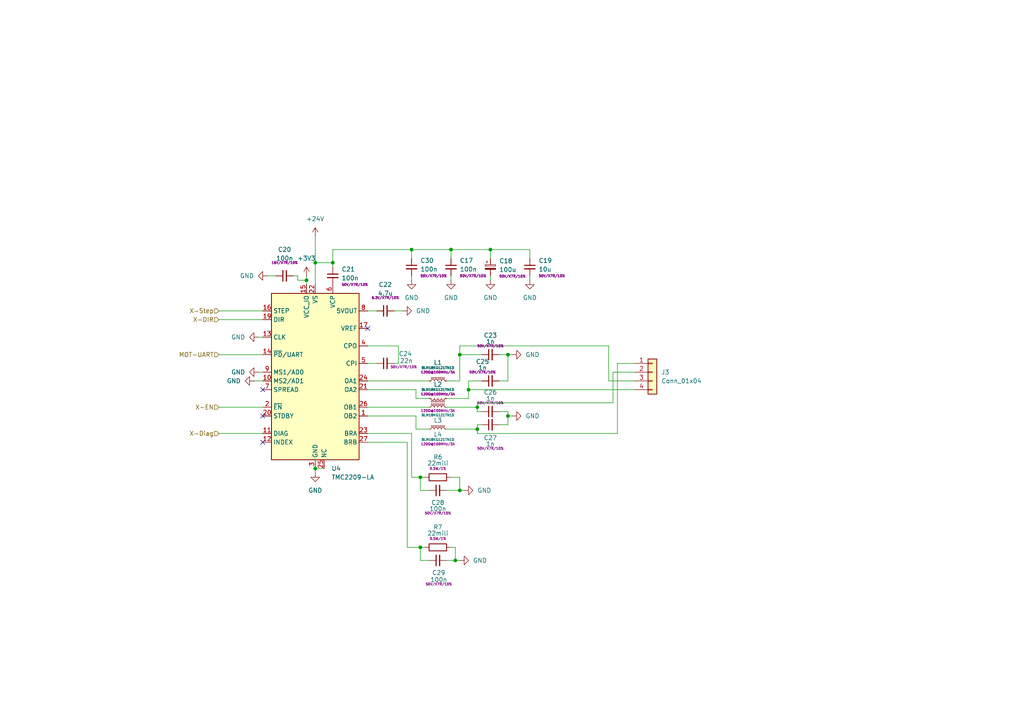
<source format=kicad_sch>
(kicad_sch
	(version 20250114)
	(generator "eeschema")
	(generator_version "9.0")
	(uuid "4838e9a6-a1a4-4593-a29d-f79dc198ca65")
	(paper "A4")
	(lib_symbols
		(symbol "Connector_Generic:Conn_01x04"
			(pin_names
				(offset 1.016)
				(hide yes)
			)
			(exclude_from_sim no)
			(in_bom yes)
			(on_board yes)
			(property "Reference" "J"
				(at 0 5.08 0)
				(effects
					(font
						(size 1.27 1.27)
					)
				)
			)
			(property "Value" "Conn_01x04"
				(at 0 -7.62 0)
				(effects
					(font
						(size 1.27 1.27)
					)
				)
			)
			(property "Footprint" ""
				(at 0 0 0)
				(effects
					(font
						(size 1.27 1.27)
					)
					(hide yes)
				)
			)
			(property "Datasheet" "~"
				(at 0 0 0)
				(effects
					(font
						(size 1.27 1.27)
					)
					(hide yes)
				)
			)
			(property "Description" "Generic connector, single row, 01x04, script generated (kicad-library-utils/schlib/autogen/connector/)"
				(at 0 0 0)
				(effects
					(font
						(size 1.27 1.27)
					)
					(hide yes)
				)
			)
			(property "ki_keywords" "connector"
				(at 0 0 0)
				(effects
					(font
						(size 1.27 1.27)
					)
					(hide yes)
				)
			)
			(property "ki_fp_filters" "Connector*:*_1x??_*"
				(at 0 0 0)
				(effects
					(font
						(size 1.27 1.27)
					)
					(hide yes)
				)
			)
			(symbol "Conn_01x04_1_1"
				(rectangle
					(start -1.27 3.81)
					(end 1.27 -6.35)
					(stroke
						(width 0.254)
						(type default)
					)
					(fill
						(type background)
					)
				)
				(rectangle
					(start -1.27 2.667)
					(end 0 2.413)
					(stroke
						(width 0.1524)
						(type default)
					)
					(fill
						(type none)
					)
				)
				(rectangle
					(start -1.27 0.127)
					(end 0 -0.127)
					(stroke
						(width 0.1524)
						(type default)
					)
					(fill
						(type none)
					)
				)
				(rectangle
					(start -1.27 -2.413)
					(end 0 -2.667)
					(stroke
						(width 0.1524)
						(type default)
					)
					(fill
						(type none)
					)
				)
				(rectangle
					(start -1.27 -4.953)
					(end 0 -5.207)
					(stroke
						(width 0.1524)
						(type default)
					)
					(fill
						(type none)
					)
				)
				(pin passive line
					(at -5.08 2.54 0)
					(length 3.81)
					(name "Pin_1"
						(effects
							(font
								(size 1.27 1.27)
							)
						)
					)
					(number "1"
						(effects
							(font
								(size 1.27 1.27)
							)
						)
					)
				)
				(pin passive line
					(at -5.08 0 0)
					(length 3.81)
					(name "Pin_2"
						(effects
							(font
								(size 1.27 1.27)
							)
						)
					)
					(number "2"
						(effects
							(font
								(size 1.27 1.27)
							)
						)
					)
				)
				(pin passive line
					(at -5.08 -2.54 0)
					(length 3.81)
					(name "Pin_3"
						(effects
							(font
								(size 1.27 1.27)
							)
						)
					)
					(number "3"
						(effects
							(font
								(size 1.27 1.27)
							)
						)
					)
				)
				(pin passive line
					(at -5.08 -5.08 0)
					(length 3.81)
					(name "Pin_4"
						(effects
							(font
								(size 1.27 1.27)
							)
						)
					)
					(number "4"
						(effects
							(font
								(size 1.27 1.27)
							)
						)
					)
				)
			)
			(embedded_fonts no)
		)
		(symbol "Device:C_Polarized_Small"
			(pin_numbers
				(hide yes)
			)
			(pin_names
				(offset 0.254)
				(hide yes)
			)
			(exclude_from_sim no)
			(in_bom yes)
			(on_board yes)
			(property "Reference" "C"
				(at 0.254 1.778 0)
				(effects
					(font
						(size 1.27 1.27)
					)
					(justify left)
				)
			)
			(property "Value" "C_Polarized_Small"
				(at 0.254 -2.032 0)
				(effects
					(font
						(size 1.27 1.27)
					)
					(justify left)
				)
			)
			(property "Footprint" ""
				(at 0 0 0)
				(effects
					(font
						(size 1.27 1.27)
					)
					(hide yes)
				)
			)
			(property "Datasheet" "~"
				(at 0 0 0)
				(effects
					(font
						(size 1.27 1.27)
					)
					(hide yes)
				)
			)
			(property "Description" "Polarized capacitor, small symbol"
				(at 0 0 0)
				(effects
					(font
						(size 1.27 1.27)
					)
					(hide yes)
				)
			)
			(property "ki_keywords" "cap capacitor"
				(at 0 0 0)
				(effects
					(font
						(size 1.27 1.27)
					)
					(hide yes)
				)
			)
			(property "ki_fp_filters" "CP_*"
				(at 0 0 0)
				(effects
					(font
						(size 1.27 1.27)
					)
					(hide yes)
				)
			)
			(symbol "C_Polarized_Small_0_1"
				(rectangle
					(start -1.524 0.6858)
					(end 1.524 0.3048)
					(stroke
						(width 0)
						(type default)
					)
					(fill
						(type none)
					)
				)
				(rectangle
					(start -1.524 -0.3048)
					(end 1.524 -0.6858)
					(stroke
						(width 0)
						(type default)
					)
					(fill
						(type outline)
					)
				)
				(polyline
					(pts
						(xy -1.27 1.524) (xy -0.762 1.524)
					)
					(stroke
						(width 0)
						(type default)
					)
					(fill
						(type none)
					)
				)
				(polyline
					(pts
						(xy -1.016 1.27) (xy -1.016 1.778)
					)
					(stroke
						(width 0)
						(type default)
					)
					(fill
						(type none)
					)
				)
			)
			(symbol "C_Polarized_Small_1_1"
				(pin passive line
					(at 0 2.54 270)
					(length 1.8542)
					(name "~"
						(effects
							(font
								(size 1.27 1.27)
							)
						)
					)
					(number "1"
						(effects
							(font
								(size 1.27 1.27)
							)
						)
					)
				)
				(pin passive line
					(at 0 -2.54 90)
					(length 1.8542)
					(name "~"
						(effects
							(font
								(size 1.27 1.27)
							)
						)
					)
					(number "2"
						(effects
							(font
								(size 1.27 1.27)
							)
						)
					)
				)
			)
			(embedded_fonts no)
		)
		(symbol "Device:C_Small"
			(pin_numbers
				(hide yes)
			)
			(pin_names
				(offset 0.254)
				(hide yes)
			)
			(exclude_from_sim no)
			(in_bom yes)
			(on_board yes)
			(property "Reference" "C"
				(at 0.254 1.778 0)
				(effects
					(font
						(size 1.27 1.27)
					)
					(justify left)
				)
			)
			(property "Value" "C_Small"
				(at 0.254 -2.032 0)
				(effects
					(font
						(size 1.27 1.27)
					)
					(justify left)
				)
			)
			(property "Footprint" ""
				(at 0 0 0)
				(effects
					(font
						(size 1.27 1.27)
					)
					(hide yes)
				)
			)
			(property "Datasheet" "~"
				(at 0 0 0)
				(effects
					(font
						(size 1.27 1.27)
					)
					(hide yes)
				)
			)
			(property "Description" "Unpolarized capacitor, small symbol"
				(at 0 0 0)
				(effects
					(font
						(size 1.27 1.27)
					)
					(hide yes)
				)
			)
			(property "ki_keywords" "capacitor cap"
				(at 0 0 0)
				(effects
					(font
						(size 1.27 1.27)
					)
					(hide yes)
				)
			)
			(property "ki_fp_filters" "C_*"
				(at 0 0 0)
				(effects
					(font
						(size 1.27 1.27)
					)
					(hide yes)
				)
			)
			(symbol "C_Small_0_1"
				(polyline
					(pts
						(xy -1.524 0.508) (xy 1.524 0.508)
					)
					(stroke
						(width 0.3048)
						(type default)
					)
					(fill
						(type none)
					)
				)
				(polyline
					(pts
						(xy -1.524 -0.508) (xy 1.524 -0.508)
					)
					(stroke
						(width 0.3302)
						(type default)
					)
					(fill
						(type none)
					)
				)
			)
			(symbol "C_Small_1_1"
				(pin passive line
					(at 0 2.54 270)
					(length 2.032)
					(name "~"
						(effects
							(font
								(size 1.27 1.27)
							)
						)
					)
					(number "1"
						(effects
							(font
								(size 1.27 1.27)
							)
						)
					)
				)
				(pin passive line
					(at 0 -2.54 90)
					(length 2.032)
					(name "~"
						(effects
							(font
								(size 1.27 1.27)
							)
						)
					)
					(number "2"
						(effects
							(font
								(size 1.27 1.27)
							)
						)
					)
				)
			)
			(embedded_fonts no)
		)
		(symbol "Device:L_Ferrite_Small"
			(pin_numbers
				(hide yes)
			)
			(pin_names
				(offset 0.254)
				(hide yes)
			)
			(exclude_from_sim no)
			(in_bom yes)
			(on_board yes)
			(property "Reference" "L"
				(at 1.27 1.016 0)
				(effects
					(font
						(size 1.27 1.27)
					)
					(justify left)
				)
			)
			(property "Value" "L_Ferrite_Small"
				(at 1.27 -1.27 0)
				(effects
					(font
						(size 1.27 1.27)
					)
					(justify left)
				)
			)
			(property "Footprint" ""
				(at 0 0 0)
				(effects
					(font
						(size 1.27 1.27)
					)
					(hide yes)
				)
			)
			(property "Datasheet" "~"
				(at 0 0 0)
				(effects
					(font
						(size 1.27 1.27)
					)
					(hide yes)
				)
			)
			(property "Description" "Inductor with ferrite core, small symbol"
				(at 0 0 0)
				(effects
					(font
						(size 1.27 1.27)
					)
					(hide yes)
				)
			)
			(property "ki_keywords" "inductor choke coil reactor magnetic"
				(at 0 0 0)
				(effects
					(font
						(size 1.27 1.27)
					)
					(hide yes)
				)
			)
			(property "ki_fp_filters" "Choke_* *Coil* Inductor_* L_*"
				(at 0 0 0)
				(effects
					(font
						(size 1.27 1.27)
					)
					(hide yes)
				)
			)
			(symbol "L_Ferrite_Small_0_1"
				(arc
					(start 0 2.032)
					(mid 0.5058 1.524)
					(end 0 1.016)
					(stroke
						(width 0)
						(type default)
					)
					(fill
						(type none)
					)
				)
				(arc
					(start 0 1.016)
					(mid 0.5058 0.508)
					(end 0 0)
					(stroke
						(width 0)
						(type default)
					)
					(fill
						(type none)
					)
				)
				(arc
					(start 0 0)
					(mid 0.5058 -0.508)
					(end 0 -1.016)
					(stroke
						(width 0)
						(type default)
					)
					(fill
						(type none)
					)
				)
				(arc
					(start 0 -1.016)
					(mid 0.5058 -1.524)
					(end 0 -2.032)
					(stroke
						(width 0)
						(type default)
					)
					(fill
						(type none)
					)
				)
				(polyline
					(pts
						(xy 0.762 1.651) (xy 0.762 1.905)
					)
					(stroke
						(width 0)
						(type default)
					)
					(fill
						(type none)
					)
				)
				(polyline
					(pts
						(xy 0.762 1.143) (xy 0.762 1.397)
					)
					(stroke
						(width 0)
						(type default)
					)
					(fill
						(type none)
					)
				)
				(polyline
					(pts
						(xy 0.762 0.635) (xy 0.762 0.889)
					)
					(stroke
						(width 0)
						(type default)
					)
					(fill
						(type none)
					)
				)
				(polyline
					(pts
						(xy 0.762 0.127) (xy 0.762 0.381)
					)
					(stroke
						(width 0)
						(type default)
					)
					(fill
						(type none)
					)
				)
				(polyline
					(pts
						(xy 0.762 -0.381) (xy 0.762 -0.127)
					)
					(stroke
						(width 0)
						(type default)
					)
					(fill
						(type none)
					)
				)
				(polyline
					(pts
						(xy 0.762 -0.889) (xy 0.762 -0.635)
					)
					(stroke
						(width 0)
						(type default)
					)
					(fill
						(type none)
					)
				)
				(polyline
					(pts
						(xy 0.762 -1.397) (xy 0.762 -1.143)
					)
					(stroke
						(width 0)
						(type default)
					)
					(fill
						(type none)
					)
				)
				(polyline
					(pts
						(xy 0.762 -1.905) (xy 0.762 -1.651)
					)
					(stroke
						(width 0)
						(type default)
					)
					(fill
						(type none)
					)
				)
				(polyline
					(pts
						(xy 1.016 1.905) (xy 1.016 1.651)
					)
					(stroke
						(width 0)
						(type default)
					)
					(fill
						(type none)
					)
				)
				(polyline
					(pts
						(xy 1.016 1.397) (xy 1.016 1.143)
					)
					(stroke
						(width 0)
						(type default)
					)
					(fill
						(type none)
					)
				)
				(polyline
					(pts
						(xy 1.016 0.889) (xy 1.016 0.635)
					)
					(stroke
						(width 0)
						(type default)
					)
					(fill
						(type none)
					)
				)
				(polyline
					(pts
						(xy 1.016 0.381) (xy 1.016 0.127)
					)
					(stroke
						(width 0)
						(type default)
					)
					(fill
						(type none)
					)
				)
				(polyline
					(pts
						(xy 1.016 -0.127) (xy 1.016 -0.381)
					)
					(stroke
						(width 0)
						(type default)
					)
					(fill
						(type none)
					)
				)
				(polyline
					(pts
						(xy 1.016 -0.635) (xy 1.016 -0.889)
					)
					(stroke
						(width 0)
						(type default)
					)
					(fill
						(type none)
					)
				)
				(polyline
					(pts
						(xy 1.016 -1.143) (xy 1.016 -1.397)
					)
					(stroke
						(width 0)
						(type default)
					)
					(fill
						(type none)
					)
				)
				(polyline
					(pts
						(xy 1.016 -1.651) (xy 1.016 -1.905)
					)
					(stroke
						(width 0)
						(type default)
					)
					(fill
						(type none)
					)
				)
			)
			(symbol "L_Ferrite_Small_1_1"
				(pin passive line
					(at 0 2.54 270)
					(length 0.508)
					(name "~"
						(effects
							(font
								(size 1.27 1.27)
							)
						)
					)
					(number "1"
						(effects
							(font
								(size 1.27 1.27)
							)
						)
					)
				)
				(pin passive line
					(at 0 -2.54 90)
					(length 0.508)
					(name "~"
						(effects
							(font
								(size 1.27 1.27)
							)
						)
					)
					(number "2"
						(effects
							(font
								(size 1.27 1.27)
							)
						)
					)
				)
			)
			(embedded_fonts no)
		)
		(symbol "Device:R"
			(pin_numbers
				(hide yes)
			)
			(pin_names
				(offset 0)
			)
			(exclude_from_sim no)
			(in_bom yes)
			(on_board yes)
			(property "Reference" "R"
				(at 2.032 0 90)
				(effects
					(font
						(size 1.27 1.27)
					)
				)
			)
			(property "Value" "R"
				(at 0 0 90)
				(effects
					(font
						(size 1.27 1.27)
					)
				)
			)
			(property "Footprint" ""
				(at -1.778 0 90)
				(effects
					(font
						(size 1.27 1.27)
					)
					(hide yes)
				)
			)
			(property "Datasheet" "~"
				(at 0 0 0)
				(effects
					(font
						(size 1.27 1.27)
					)
					(hide yes)
				)
			)
			(property "Description" "Resistor"
				(at 0 0 0)
				(effects
					(font
						(size 1.27 1.27)
					)
					(hide yes)
				)
			)
			(property "ki_keywords" "R res resistor"
				(at 0 0 0)
				(effects
					(font
						(size 1.27 1.27)
					)
					(hide yes)
				)
			)
			(property "ki_fp_filters" "R_*"
				(at 0 0 0)
				(effects
					(font
						(size 1.27 1.27)
					)
					(hide yes)
				)
			)
			(symbol "R_0_1"
				(rectangle
					(start -1.016 -2.54)
					(end 1.016 2.54)
					(stroke
						(width 0.254)
						(type default)
					)
					(fill
						(type none)
					)
				)
			)
			(symbol "R_1_1"
				(pin passive line
					(at 0 3.81 270)
					(length 1.27)
					(name "~"
						(effects
							(font
								(size 1.27 1.27)
							)
						)
					)
					(number "1"
						(effects
							(font
								(size 1.27 1.27)
							)
						)
					)
				)
				(pin passive line
					(at 0 -3.81 90)
					(length 1.27)
					(name "~"
						(effects
							(font
								(size 1.27 1.27)
							)
						)
					)
					(number "2"
						(effects
							(font
								(size 1.27 1.27)
							)
						)
					)
				)
			)
			(embedded_fonts no)
		)
		(symbol "Driver_Motor:TMC2209-LA"
			(exclude_from_sim no)
			(in_bom yes)
			(on_board yes)
			(property "Reference" "U"
				(at -11.684 26.924 0)
				(effects
					(font
						(size 1.27 1.27)
					)
				)
			)
			(property "Value" "TMC2209-LA"
				(at 13.208 26.924 0)
				(effects
					(font
						(size 1.27 1.27)
					)
				)
			)
			(property "Footprint" "Package_DFN_QFN:VQFN-28-1EP_5x5mm_P0.5mm_EP3.7x3.7mm_ThermalVias"
				(at 0 -27.94 0)
				(effects
					(font
						(size 1.27 1.27)
					)
					(hide yes)
				)
			)
			(property "Datasheet" "https://www.analog.com/media/en/technical-documentation/data-sheets/TMC2209_datasheet_rev1.09.pdf"
				(at 0 -29.972 0)
				(effects
					(font
						(size 1.27 1.27)
					)
					(hide yes)
				)
			)
			(property "Description" "2-phase stepper motor driver, 256 µSteps, 2.8A peak, 2.0A RMS, VS = 4.75..29V, STEP/DIR and UART interface, VQFN-28"
				(at 0 -32.004 0)
				(effects
					(font
						(size 1.27 1.27)
					)
					(hide yes)
				)
			)
			(property "ki_keywords" "ADI-Trinamic Analog-Devices"
				(at 0 0 0)
				(effects
					(font
						(size 1.27 1.27)
					)
					(hide yes)
				)
			)
			(property "ki_fp_filters" "*VQFN*5x5mm*P0.5mm*EP3.7*3.7*"
				(at 0 0 0)
				(effects
					(font
						(size 1.27 1.27)
					)
					(hide yes)
				)
			)
			(symbol "TMC2209-LA_0_1"
				(rectangle
					(start -12.7 25.4)
					(end 12.7 -22.86)
					(stroke
						(width 0.254)
						(type default)
					)
					(fill
						(type background)
					)
				)
			)
			(symbol "TMC2209-LA_1_1"
				(pin input line
					(at -15.24 20.32 0)
					(length 2.54)
					(name "STEP"
						(effects
							(font
								(size 1.27 1.27)
							)
						)
					)
					(number "16"
						(effects
							(font
								(size 1.27 1.27)
							)
						)
					)
				)
				(pin input line
					(at -15.24 17.78 0)
					(length 2.54)
					(name "DIR"
						(effects
							(font
								(size 1.27 1.27)
							)
						)
					)
					(number "19"
						(effects
							(font
								(size 1.27 1.27)
							)
						)
					)
				)
				(pin input line
					(at -15.24 12.7 0)
					(length 2.54)
					(name "CLK"
						(effects
							(font
								(size 1.27 1.27)
							)
						)
					)
					(number "13"
						(effects
							(font
								(size 1.27 1.27)
							)
						)
					)
				)
				(pin bidirectional line
					(at -15.24 7.62 0)
					(length 2.54)
					(name "~{PD}/UART"
						(effects
							(font
								(size 1.27 1.27)
							)
						)
					)
					(number "14"
						(effects
							(font
								(size 1.27 1.27)
							)
						)
					)
				)
				(pin input line
					(at -15.24 2.54 0)
					(length 2.54)
					(name "MS1/AD0"
						(effects
							(font
								(size 1.27 1.27)
							)
						)
					)
					(number "9"
						(effects
							(font
								(size 1.27 1.27)
							)
						)
					)
				)
				(pin input line
					(at -15.24 0 0)
					(length 2.54)
					(name "MS2/AD1"
						(effects
							(font
								(size 1.27 1.27)
							)
						)
					)
					(number "10"
						(effects
							(font
								(size 1.27 1.27)
							)
						)
					)
				)
				(pin input line
					(at -15.24 -2.54 0)
					(length 2.54)
					(name "SPREAD"
						(effects
							(font
								(size 1.27 1.27)
							)
						)
					)
					(number "7"
						(effects
							(font
								(size 1.27 1.27)
							)
						)
					)
				)
				(pin input line
					(at -15.24 -7.62 0)
					(length 2.54)
					(name "~{EN}"
						(effects
							(font
								(size 1.27 1.27)
							)
						)
					)
					(number "2"
						(effects
							(font
								(size 1.27 1.27)
							)
						)
					)
				)
				(pin input line
					(at -15.24 -10.16 0)
					(length 2.54)
					(name "STDBY"
						(effects
							(font
								(size 1.27 1.27)
							)
						)
					)
					(number "20"
						(effects
							(font
								(size 1.27 1.27)
							)
						)
					)
				)
				(pin output line
					(at -15.24 -15.24 0)
					(length 2.54)
					(name "DIAG"
						(effects
							(font
								(size 1.27 1.27)
							)
						)
					)
					(number "11"
						(effects
							(font
								(size 1.27 1.27)
							)
						)
					)
				)
				(pin output line
					(at -15.24 -17.78 0)
					(length 2.54)
					(name "INDEX"
						(effects
							(font
								(size 1.27 1.27)
							)
						)
					)
					(number "12"
						(effects
							(font
								(size 1.27 1.27)
							)
						)
					)
				)
				(pin power_in line
					(at -2.54 27.94 270)
					(length 2.54)
					(name "VCC_IO"
						(effects
							(font
								(size 1.27 1.27)
							)
						)
					)
					(number "15"
						(effects
							(font
								(size 1.27 1.27)
							)
						)
					)
				)
				(pin power_in line
					(at 0 27.94 270)
					(length 2.54)
					(name "VS"
						(effects
							(font
								(size 1.27 1.27)
							)
						)
					)
					(number "22"
						(effects
							(font
								(size 1.27 1.27)
							)
						)
					)
				)
				(pin passive line
					(at 0 27.94 270)
					(length 2.54)
					(hide yes)
					(name "VS"
						(effects
							(font
								(size 1.27 1.27)
							)
						)
					)
					(number "28"
						(effects
							(font
								(size 1.27 1.27)
							)
						)
					)
				)
				(pin passive line
					(at 0 -25.4 90)
					(length 2.54)
					(hide yes)
					(name "GND"
						(effects
							(font
								(size 1.27 1.27)
							)
						)
					)
					(number "18"
						(effects
							(font
								(size 1.27 1.27)
							)
						)
					)
				)
				(pin passive line
					(at 0 -25.4 90)
					(length 2.54)
					(hide yes)
					(name "GND"
						(effects
							(font
								(size 1.27 1.27)
							)
						)
					)
					(number "29"
						(effects
							(font
								(size 1.27 1.27)
							)
						)
					)
				)
				(pin power_in line
					(at 0 -25.4 90)
					(length 2.54)
					(name "GND"
						(effects
							(font
								(size 1.27 1.27)
							)
						)
					)
					(number "3"
						(effects
							(font
								(size 1.27 1.27)
							)
						)
					)
				)
				(pin passive line
					(at 2.54 -25.4 90)
					(length 2.54)
					(name "NC"
						(effects
							(font
								(size 1.27 1.27)
							)
						)
					)
					(number "25"
						(effects
							(font
								(size 1.27 1.27)
							)
						)
					)
				)
				(pin output line
					(at 5.08 27.94 270)
					(length 2.54)
					(name "VCP"
						(effects
							(font
								(size 1.27 1.27)
							)
						)
					)
					(number "6"
						(effects
							(font
								(size 1.27 1.27)
							)
						)
					)
				)
				(pin power_out line
					(at 15.24 20.32 180)
					(length 2.54)
					(name "5VOUT"
						(effects
							(font
								(size 1.27 1.27)
							)
						)
					)
					(number "8"
						(effects
							(font
								(size 1.27 1.27)
							)
						)
					)
				)
				(pin passive line
					(at 15.24 15.24 180)
					(length 2.54)
					(name "VREF"
						(effects
							(font
								(size 1.27 1.27)
							)
						)
					)
					(number "17"
						(effects
							(font
								(size 1.27 1.27)
							)
						)
					)
				)
				(pin input line
					(at 15.24 10.16 180)
					(length 2.54)
					(name "CPO"
						(effects
							(font
								(size 1.27 1.27)
							)
						)
					)
					(number "4"
						(effects
							(font
								(size 1.27 1.27)
							)
						)
					)
				)
				(pin input line
					(at 15.24 5.08 180)
					(length 2.54)
					(name "CPI"
						(effects
							(font
								(size 1.27 1.27)
							)
						)
					)
					(number "5"
						(effects
							(font
								(size 1.27 1.27)
							)
						)
					)
				)
				(pin output line
					(at 15.24 0 180)
					(length 2.54)
					(name "OA1"
						(effects
							(font
								(size 1.27 1.27)
							)
						)
					)
					(number "24"
						(effects
							(font
								(size 1.27 1.27)
							)
						)
					)
				)
				(pin output line
					(at 15.24 -2.54 180)
					(length 2.54)
					(name "OA2"
						(effects
							(font
								(size 1.27 1.27)
							)
						)
					)
					(number "21"
						(effects
							(font
								(size 1.27 1.27)
							)
						)
					)
				)
				(pin output line
					(at 15.24 -7.62 180)
					(length 2.54)
					(name "OB1"
						(effects
							(font
								(size 1.27 1.27)
							)
						)
					)
					(number "26"
						(effects
							(font
								(size 1.27 1.27)
							)
						)
					)
				)
				(pin output line
					(at 15.24 -10.16 180)
					(length 2.54)
					(name "OB2"
						(effects
							(font
								(size 1.27 1.27)
							)
						)
					)
					(number "1"
						(effects
							(font
								(size 1.27 1.27)
							)
						)
					)
				)
				(pin input line
					(at 15.24 -15.24 180)
					(length 2.54)
					(name "BRA"
						(effects
							(font
								(size 1.27 1.27)
							)
						)
					)
					(number "23"
						(effects
							(font
								(size 1.27 1.27)
							)
						)
					)
				)
				(pin input line
					(at 15.24 -17.78 180)
					(length 2.54)
					(name "BRB"
						(effects
							(font
								(size 1.27 1.27)
							)
						)
					)
					(number "27"
						(effects
							(font
								(size 1.27 1.27)
							)
						)
					)
				)
			)
			(embedded_fonts no)
		)
		(symbol "power:+24V"
			(power)
			(pin_numbers
				(hide yes)
			)
			(pin_names
				(offset 0)
				(hide yes)
			)
			(exclude_from_sim no)
			(in_bom yes)
			(on_board yes)
			(property "Reference" "#PWR"
				(at 0 -3.81 0)
				(effects
					(font
						(size 1.27 1.27)
					)
					(hide yes)
				)
			)
			(property "Value" "+24V"
				(at 0 3.556 0)
				(effects
					(font
						(size 1.27 1.27)
					)
				)
			)
			(property "Footprint" ""
				(at 0 0 0)
				(effects
					(font
						(size 1.27 1.27)
					)
					(hide yes)
				)
			)
			(property "Datasheet" ""
				(at 0 0 0)
				(effects
					(font
						(size 1.27 1.27)
					)
					(hide yes)
				)
			)
			(property "Description" "Power symbol creates a global label with name \"+24V\""
				(at 0 0 0)
				(effects
					(font
						(size 1.27 1.27)
					)
					(hide yes)
				)
			)
			(property "ki_keywords" "global power"
				(at 0 0 0)
				(effects
					(font
						(size 1.27 1.27)
					)
					(hide yes)
				)
			)
			(symbol "+24V_0_1"
				(polyline
					(pts
						(xy -0.762 1.27) (xy 0 2.54)
					)
					(stroke
						(width 0)
						(type default)
					)
					(fill
						(type none)
					)
				)
				(polyline
					(pts
						(xy 0 2.54) (xy 0.762 1.27)
					)
					(stroke
						(width 0)
						(type default)
					)
					(fill
						(type none)
					)
				)
				(polyline
					(pts
						(xy 0 0) (xy 0 2.54)
					)
					(stroke
						(width 0)
						(type default)
					)
					(fill
						(type none)
					)
				)
			)
			(symbol "+24V_1_1"
				(pin power_in line
					(at 0 0 90)
					(length 0)
					(name "~"
						(effects
							(font
								(size 1.27 1.27)
							)
						)
					)
					(number "1"
						(effects
							(font
								(size 1.27 1.27)
							)
						)
					)
				)
			)
			(embedded_fonts no)
		)
		(symbol "power:+3V3"
			(power)
			(pin_numbers
				(hide yes)
			)
			(pin_names
				(offset 0)
				(hide yes)
			)
			(exclude_from_sim no)
			(in_bom yes)
			(on_board yes)
			(property "Reference" "#PWR"
				(at 0 -3.81 0)
				(effects
					(font
						(size 1.27 1.27)
					)
					(hide yes)
				)
			)
			(property "Value" "+3V3"
				(at 0 3.556 0)
				(effects
					(font
						(size 1.27 1.27)
					)
				)
			)
			(property "Footprint" ""
				(at 0 0 0)
				(effects
					(font
						(size 1.27 1.27)
					)
					(hide yes)
				)
			)
			(property "Datasheet" ""
				(at 0 0 0)
				(effects
					(font
						(size 1.27 1.27)
					)
					(hide yes)
				)
			)
			(property "Description" "Power symbol creates a global label with name \"+3V3\""
				(at 0 0 0)
				(effects
					(font
						(size 1.27 1.27)
					)
					(hide yes)
				)
			)
			(property "ki_keywords" "global power"
				(at 0 0 0)
				(effects
					(font
						(size 1.27 1.27)
					)
					(hide yes)
				)
			)
			(symbol "+3V3_0_1"
				(polyline
					(pts
						(xy -0.762 1.27) (xy 0 2.54)
					)
					(stroke
						(width 0)
						(type default)
					)
					(fill
						(type none)
					)
				)
				(polyline
					(pts
						(xy 0 2.54) (xy 0.762 1.27)
					)
					(stroke
						(width 0)
						(type default)
					)
					(fill
						(type none)
					)
				)
				(polyline
					(pts
						(xy 0 0) (xy 0 2.54)
					)
					(stroke
						(width 0)
						(type default)
					)
					(fill
						(type none)
					)
				)
			)
			(symbol "+3V3_1_1"
				(pin power_in line
					(at 0 0 90)
					(length 0)
					(name "~"
						(effects
							(font
								(size 1.27 1.27)
							)
						)
					)
					(number "1"
						(effects
							(font
								(size 1.27 1.27)
							)
						)
					)
				)
			)
			(embedded_fonts no)
		)
		(symbol "power:GND"
			(power)
			(pin_numbers
				(hide yes)
			)
			(pin_names
				(offset 0)
				(hide yes)
			)
			(exclude_from_sim no)
			(in_bom yes)
			(on_board yes)
			(property "Reference" "#PWR"
				(at 0 -6.35 0)
				(effects
					(font
						(size 1.27 1.27)
					)
					(hide yes)
				)
			)
			(property "Value" "GND"
				(at 0 -3.81 0)
				(effects
					(font
						(size 1.27 1.27)
					)
				)
			)
			(property "Footprint" ""
				(at 0 0 0)
				(effects
					(font
						(size 1.27 1.27)
					)
					(hide yes)
				)
			)
			(property "Datasheet" ""
				(at 0 0 0)
				(effects
					(font
						(size 1.27 1.27)
					)
					(hide yes)
				)
			)
			(property "Description" "Power symbol creates a global label with name \"GND\" , ground"
				(at 0 0 0)
				(effects
					(font
						(size 1.27 1.27)
					)
					(hide yes)
				)
			)
			(property "ki_keywords" "global power"
				(at 0 0 0)
				(effects
					(font
						(size 1.27 1.27)
					)
					(hide yes)
				)
			)
			(symbol "GND_0_1"
				(polyline
					(pts
						(xy 0 0) (xy 0 -1.27) (xy 1.27 -1.27) (xy 0 -2.54) (xy -1.27 -1.27) (xy 0 -1.27)
					)
					(stroke
						(width 0)
						(type default)
					)
					(fill
						(type none)
					)
				)
			)
			(symbol "GND_1_1"
				(pin power_in line
					(at 0 0 270)
					(length 0)
					(name "~"
						(effects
							(font
								(size 1.27 1.27)
							)
						)
					)
					(number "1"
						(effects
							(font
								(size 1.27 1.27)
							)
						)
					)
				)
			)
			(embedded_fonts no)
		)
	)
	(junction
		(at 121.92 158.75)
		(diameter 0)
		(color 0 0 0 0)
		(uuid "2d8dfc45-7bae-421f-99e7-f99819612dfb")
	)
	(junction
		(at 142.24 72.39)
		(diameter 0)
		(color 0 0 0 0)
		(uuid "31794ad4-0a0f-41db-9bef-a044289dce7e")
	)
	(junction
		(at 135.89 113.03)
		(diameter 0)
		(color 0 0 0 0)
		(uuid "38e95310-b060-49a8-8d54-86d19e5eff43")
	)
	(junction
		(at 91.44 135.89)
		(diameter 0)
		(color 0 0 0 0)
		(uuid "392549ea-108c-41fb-8b50-9e249233aa18")
	)
	(junction
		(at 133.35 102.87)
		(diameter 0)
		(color 0 0 0 0)
		(uuid "398ef275-a765-4173-bc7f-1ae4202d3249")
	)
	(junction
		(at 121.92 138.43)
		(diameter 0)
		(color 0 0 0 0)
		(uuid "4eea2351-b4c8-48d8-9e65-7193c2dc1f3b")
	)
	(junction
		(at 88.9 81.28)
		(diameter 0)
		(color 0 0 0 0)
		(uuid "7a084167-754c-4e37-a9e2-93d21428f8c9")
	)
	(junction
		(at 119.38 72.39)
		(diameter 0)
		(color 0 0 0 0)
		(uuid "8110397b-e904-4b5e-9e2a-640658ecb354")
	)
	(junction
		(at 147.32 120.65)
		(diameter 0)
		(color 0 0 0 0)
		(uuid "846e120b-b8c4-4d73-b4a8-0bf6033d5521")
	)
	(junction
		(at 138.43 124.46)
		(diameter 0)
		(color 0 0 0 0)
		(uuid "85a26c34-88b3-4dce-82f5-1a6bdfc86234")
	)
	(junction
		(at 91.44 76.2)
		(diameter 0)
		(color 0 0 0 0)
		(uuid "9b25c101-6945-494b-96a3-c53b85d19fbc")
	)
	(junction
		(at 138.43 118.11)
		(diameter 0)
		(color 0 0 0 0)
		(uuid "9b845fc0-bae0-4fbd-b64a-89ea5261dfbe")
	)
	(junction
		(at 132.08 162.56)
		(diameter 0)
		(color 0 0 0 0)
		(uuid "acbec5e7-5719-427d-be5b-01e29376049f")
	)
	(junction
		(at 147.32 102.87)
		(diameter 0)
		(color 0 0 0 0)
		(uuid "d286aa4b-6063-4f21-96db-57f8af057f95")
	)
	(junction
		(at 133.35 142.24)
		(diameter 0)
		(color 0 0 0 0)
		(uuid "d4a76ec4-5f93-43e6-9bdc-40ca6aad9007")
	)
	(junction
		(at 96.52 76.2)
		(diameter 0)
		(color 0 0 0 0)
		(uuid "de0808cf-05ac-4e9a-9e59-d1e886fec936")
	)
	(junction
		(at 130.81 72.39)
		(diameter 0)
		(color 0 0 0 0)
		(uuid "e1edf192-77d1-4619-8294-0ad193746ca7")
	)
	(no_connect
		(at 76.2 128.27)
		(uuid "24443302-6e8c-4d4a-8659-f3e9192b72b3")
	)
	(no_connect
		(at 106.68 95.25)
		(uuid "3ae7cdd8-ef32-4e4c-acf3-bfd113452969")
	)
	(no_connect
		(at 76.2 120.65)
		(uuid "6a1bef6c-1faf-4c05-a5d5-1d3894210818")
	)
	(no_connect
		(at 76.2 113.03)
		(uuid "ad5f25fb-5043-4fa5-8b6f-c79c79240d24")
	)
	(wire
		(pts
			(xy 63.5 90.17) (xy 76.2 90.17)
		)
		(stroke
			(width 0)
			(type default)
		)
		(uuid "0a1f97b7-0d09-479f-9839-18148f06471f")
	)
	(wire
		(pts
			(xy 63.5 92.71) (xy 76.2 92.71)
		)
		(stroke
			(width 0)
			(type default)
		)
		(uuid "0b137c55-1e96-4db7-8b12-b345fbc83e16")
	)
	(wire
		(pts
			(xy 91.44 68.58) (xy 91.44 76.2)
		)
		(stroke
			(width 0)
			(type default)
		)
		(uuid "0b3efe79-9401-4424-b916-6e1877b05688")
	)
	(wire
		(pts
			(xy 91.44 76.2) (xy 96.52 76.2)
		)
		(stroke
			(width 0)
			(type default)
		)
		(uuid "0be0e17b-4deb-4261-b56f-07c6f74feb96")
	)
	(wire
		(pts
			(xy 74.93 107.95) (xy 76.2 107.95)
		)
		(stroke
			(width 0)
			(type default)
		)
		(uuid "0d6fd1e4-0d18-4b6c-85fa-29f44181b86d")
	)
	(wire
		(pts
			(xy 135.89 110.49) (xy 139.7 110.49)
		)
		(stroke
			(width 0)
			(type default)
		)
		(uuid "0df84618-c459-4dca-a90e-0ea16a2b77be")
	)
	(wire
		(pts
			(xy 121.92 162.56) (xy 124.46 162.56)
		)
		(stroke
			(width 0)
			(type default)
		)
		(uuid "137ddf15-3b06-4cad-ac7c-54e42fdc4cb6")
	)
	(wire
		(pts
			(xy 106.68 120.65) (xy 120.65 120.65)
		)
		(stroke
			(width 0)
			(type default)
		)
		(uuid "13f94a25-fe90-4508-8a16-2f987b4df515")
	)
	(wire
		(pts
			(xy 133.35 142.24) (xy 134.62 142.24)
		)
		(stroke
			(width 0)
			(type default)
		)
		(uuid "15db20a6-d141-4cbb-96d5-fef2d0b94824")
	)
	(wire
		(pts
			(xy 74.93 97.79) (xy 76.2 97.79)
		)
		(stroke
			(width 0)
			(type default)
		)
		(uuid "17bf9fe0-010a-4223-a411-1630cc56ea75")
	)
	(wire
		(pts
			(xy 176.53 100.33) (xy 176.53 110.49)
		)
		(stroke
			(width 0)
			(type default)
		)
		(uuid "198a6023-3575-4803-97d0-0966b979fa07")
	)
	(wire
		(pts
			(xy 144.78 123.19) (xy 147.32 123.19)
		)
		(stroke
			(width 0)
			(type default)
		)
		(uuid "1b2e6066-0301-4e5a-bdf4-ccdaf02f2747")
	)
	(wire
		(pts
			(xy 96.52 72.39) (xy 96.52 76.2)
		)
		(stroke
			(width 0)
			(type default)
		)
		(uuid "1bc3aa40-754a-4d93-949d-e33295b713da")
	)
	(wire
		(pts
			(xy 176.53 110.49) (xy 184.15 110.49)
		)
		(stroke
			(width 0)
			(type default)
		)
		(uuid "1f262e55-3299-43aa-81dd-91a0bed25cbd")
	)
	(wire
		(pts
			(xy 115.57 100.33) (xy 106.68 100.33)
		)
		(stroke
			(width 0)
			(type default)
		)
		(uuid "2242ddaf-90c1-4d34-a946-e8c778a9348d")
	)
	(wire
		(pts
			(xy 120.65 124.46) (xy 124.46 124.46)
		)
		(stroke
			(width 0)
			(type default)
		)
		(uuid "22b8d9f3-39fa-43b1-98d0-c9e6c7e11fbb")
	)
	(wire
		(pts
			(xy 179.07 125.73) (xy 179.07 105.41)
		)
		(stroke
			(width 0)
			(type default)
		)
		(uuid "28e2423b-7f33-45ff-9b1d-ef7b89910be4")
	)
	(wire
		(pts
			(xy 121.92 138.43) (xy 123.19 138.43)
		)
		(stroke
			(width 0)
			(type default)
		)
		(uuid "2cc08a88-d47c-43c6-b4a0-a1310a84a2ff")
	)
	(wire
		(pts
			(xy 138.43 123.19) (xy 138.43 124.46)
		)
		(stroke
			(width 0)
			(type default)
		)
		(uuid "2ee5ec51-f132-4366-bf31-c5c890d3996f")
	)
	(wire
		(pts
			(xy 142.24 80.01) (xy 142.24 81.28)
		)
		(stroke
			(width 0)
			(type default)
		)
		(uuid "2f663ec6-6af3-4988-a1fd-f13bf1af9534")
	)
	(wire
		(pts
			(xy 138.43 125.73) (xy 179.07 125.73)
		)
		(stroke
			(width 0)
			(type default)
		)
		(uuid "30685608-3f89-47aa-897b-6a372e18696a")
	)
	(wire
		(pts
			(xy 153.67 72.39) (xy 142.24 72.39)
		)
		(stroke
			(width 0)
			(type default)
		)
		(uuid "30be6acb-3bd1-4b2a-a475-f18f7d78464a")
	)
	(wire
		(pts
			(xy 144.78 102.87) (xy 147.32 102.87)
		)
		(stroke
			(width 0)
			(type default)
		)
		(uuid "312ed55c-8238-4c1c-a897-172e4ea1e418")
	)
	(wire
		(pts
			(xy 129.54 115.57) (xy 135.89 115.57)
		)
		(stroke
			(width 0)
			(type default)
		)
		(uuid "315788a6-bd19-448c-8885-367e161cff40")
	)
	(wire
		(pts
			(xy 119.38 138.43) (xy 121.92 138.43)
		)
		(stroke
			(width 0)
			(type default)
		)
		(uuid "3359370b-4dae-4f95-a9c8-e92189971d83")
	)
	(wire
		(pts
			(xy 130.81 72.39) (xy 119.38 72.39)
		)
		(stroke
			(width 0)
			(type default)
		)
		(uuid "335c0493-4a63-4fa4-aa82-21f3adbd77ba")
	)
	(wire
		(pts
			(xy 88.9 81.28) (xy 86.36 81.28)
		)
		(stroke
			(width 0)
			(type default)
		)
		(uuid "35e6664b-96a2-4d55-a3bd-2a2c99ddf85b")
	)
	(wire
		(pts
			(xy 88.9 82.55) (xy 88.9 81.28)
		)
		(stroke
			(width 0)
			(type default)
		)
		(uuid "379163e0-0c32-436d-b279-77fbb40d47f1")
	)
	(wire
		(pts
			(xy 133.35 102.87) (xy 139.7 102.87)
		)
		(stroke
			(width 0)
			(type default)
		)
		(uuid "37ad13d2-76a0-4569-ac2b-c6822ce22b79")
	)
	(wire
		(pts
			(xy 138.43 123.19) (xy 139.7 123.19)
		)
		(stroke
			(width 0)
			(type default)
		)
		(uuid "37d65466-a96d-4b5b-9fc4-b96b787166b3")
	)
	(wire
		(pts
			(xy 147.32 102.87) (xy 148.59 102.87)
		)
		(stroke
			(width 0)
			(type default)
		)
		(uuid "3cb316cf-d42b-4c56-b14f-eac7bdb7e351")
	)
	(wire
		(pts
			(xy 138.43 124.46) (xy 138.43 125.73)
		)
		(stroke
			(width 0)
			(type default)
		)
		(uuid "3d02c8c1-8537-4fe6-95e6-d954bb3a9762")
	)
	(wire
		(pts
			(xy 133.35 102.87) (xy 133.35 100.33)
		)
		(stroke
			(width 0)
			(type default)
		)
		(uuid "44291bfe-c5b7-4966-a9bc-874d7284f218")
	)
	(wire
		(pts
			(xy 177.8 107.95) (xy 184.15 107.95)
		)
		(stroke
			(width 0)
			(type default)
		)
		(uuid "460d1160-0755-4bed-aeef-6991cbdca49f")
	)
	(wire
		(pts
			(xy 177.8 116.84) (xy 177.8 107.95)
		)
		(stroke
			(width 0)
			(type default)
		)
		(uuid "47f6c5bc-f82d-4359-b585-d3a333c0bf1f")
	)
	(wire
		(pts
			(xy 138.43 119.38) (xy 138.43 118.11)
		)
		(stroke
			(width 0)
			(type default)
		)
		(uuid "480d4be2-b6d6-423f-a4bb-ec41c3353773")
	)
	(wire
		(pts
			(xy 142.24 72.39) (xy 142.24 74.93)
		)
		(stroke
			(width 0)
			(type default)
		)
		(uuid "48762c92-65b2-497a-a114-f60d02cb572b")
	)
	(wire
		(pts
			(xy 147.32 102.87) (xy 147.32 110.49)
		)
		(stroke
			(width 0)
			(type default)
		)
		(uuid "4cf90a8c-a9f7-4aef-bcfc-a2e8e9b86133")
	)
	(wire
		(pts
			(xy 114.3 90.17) (xy 116.84 90.17)
		)
		(stroke
			(width 0)
			(type default)
		)
		(uuid "4d81ee84-b8e3-4df8-b722-65a27d320bc5")
	)
	(wire
		(pts
			(xy 121.92 142.24) (xy 124.46 142.24)
		)
		(stroke
			(width 0)
			(type default)
		)
		(uuid "502253ba-a0c0-432f-bd9c-b2c43df709f3")
	)
	(wire
		(pts
			(xy 133.35 142.24) (xy 133.35 138.43)
		)
		(stroke
			(width 0)
			(type default)
		)
		(uuid "50e35048-b888-40b5-8b81-f8a3720d4171")
	)
	(wire
		(pts
			(xy 129.54 162.56) (xy 132.08 162.56)
		)
		(stroke
			(width 0)
			(type default)
		)
		(uuid "50fc3d3b-5c94-4788-bed0-8350b85f5bcc")
	)
	(wire
		(pts
			(xy 132.08 162.56) (xy 132.08 158.75)
		)
		(stroke
			(width 0)
			(type default)
		)
		(uuid "52a5e3d8-674f-47f3-9699-7f408d755755")
	)
	(wire
		(pts
			(xy 142.24 72.39) (xy 130.81 72.39)
		)
		(stroke
			(width 0)
			(type default)
		)
		(uuid "54b8a6d8-9c84-4c0f-ada2-96941710df05")
	)
	(wire
		(pts
			(xy 147.32 110.49) (xy 144.78 110.49)
		)
		(stroke
			(width 0)
			(type default)
		)
		(uuid "572316a9-49d1-49c4-8951-7102da2be7c9")
	)
	(wire
		(pts
			(xy 138.43 119.38) (xy 139.7 119.38)
		)
		(stroke
			(width 0)
			(type default)
		)
		(uuid "57c6965e-ba61-4c8c-9efd-bbc767c6acab")
	)
	(wire
		(pts
			(xy 121.92 158.75) (xy 123.19 158.75)
		)
		(stroke
			(width 0)
			(type default)
		)
		(uuid "5e40956e-94ca-4c23-9a77-ad6b02da1752")
	)
	(wire
		(pts
			(xy 129.54 118.11) (xy 138.43 118.11)
		)
		(stroke
			(width 0)
			(type default)
		)
		(uuid "6131a141-e316-4e2f-86da-51cce87a6cb6")
	)
	(wire
		(pts
			(xy 106.68 118.11) (xy 124.46 118.11)
		)
		(stroke
			(width 0)
			(type default)
		)
		(uuid "61514b14-2d35-4b4f-8348-8e2b498b8043")
	)
	(wire
		(pts
			(xy 153.67 80.01) (xy 153.67 81.28)
		)
		(stroke
			(width 0)
			(type default)
		)
		(uuid "63363d1f-47de-451e-975a-75b01cfe161b")
	)
	(wire
		(pts
			(xy 118.11 128.27) (xy 118.11 158.75)
		)
		(stroke
			(width 0)
			(type default)
		)
		(uuid "6363a388-e61c-473e-9b6a-91935d2ecb1b")
	)
	(wire
		(pts
			(xy 118.11 158.75) (xy 121.92 158.75)
		)
		(stroke
			(width 0)
			(type default)
		)
		(uuid "67a5b5e3-2611-4fec-b6f1-8d7891c69e68")
	)
	(wire
		(pts
			(xy 91.44 135.89) (xy 91.44 137.16)
		)
		(stroke
			(width 0)
			(type default)
		)
		(uuid "6e1c33c1-c72f-4643-a0dd-93371ac8f20f")
	)
	(wire
		(pts
			(xy 120.65 113.03) (xy 120.65 115.57)
		)
		(stroke
			(width 0)
			(type default)
		)
		(uuid "72eeb3a6-ab32-45d9-bd0b-f393aef5bc13")
	)
	(wire
		(pts
			(xy 133.35 110.49) (xy 133.35 102.87)
		)
		(stroke
			(width 0)
			(type default)
		)
		(uuid "76694411-b8de-4bd3-949c-de6003c39518")
	)
	(wire
		(pts
			(xy 129.54 142.24) (xy 133.35 142.24)
		)
		(stroke
			(width 0)
			(type default)
		)
		(uuid "76d11469-2fed-4ad7-bf9f-1cbe1781a46b")
	)
	(wire
		(pts
			(xy 91.44 135.89) (xy 93.98 135.89)
		)
		(stroke
			(width 0)
			(type default)
		)
		(uuid "79f68b13-7c4b-4c21-be5c-45bd15c57551")
	)
	(wire
		(pts
			(xy 106.68 128.27) (xy 118.11 128.27)
		)
		(stroke
			(width 0)
			(type default)
		)
		(uuid "7b965a57-983c-404b-a33e-f8de599e26e9")
	)
	(wire
		(pts
			(xy 88.9 81.28) (xy 88.9 80.01)
		)
		(stroke
			(width 0)
			(type default)
		)
		(uuid "84a8c4f3-79f8-477b-9035-48769be0085c")
	)
	(wire
		(pts
			(xy 115.57 105.41) (xy 115.57 100.33)
		)
		(stroke
			(width 0)
			(type default)
		)
		(uuid "85620596-db55-4718-8120-4a3910c0d3e5")
	)
	(wire
		(pts
			(xy 73.66 110.49) (xy 76.2 110.49)
		)
		(stroke
			(width 0)
			(type default)
		)
		(uuid "873361e4-f892-4e91-9e44-3de1f5d7cf9a")
	)
	(wire
		(pts
			(xy 121.92 158.75) (xy 121.92 162.56)
		)
		(stroke
			(width 0)
			(type default)
		)
		(uuid "8be9d8be-3de0-4ab1-bf7e-c468d81579a4")
	)
	(wire
		(pts
			(xy 96.52 76.2) (xy 96.52 77.47)
		)
		(stroke
			(width 0)
			(type default)
		)
		(uuid "8fbbdd6e-02c5-4f85-8434-4c2c5f565c17")
	)
	(wire
		(pts
			(xy 138.43 118.11) (xy 138.43 116.84)
		)
		(stroke
			(width 0)
			(type default)
		)
		(uuid "91ec5e4a-4008-4330-a389-9111f61b1466")
	)
	(wire
		(pts
			(xy 121.92 138.43) (xy 121.92 142.24)
		)
		(stroke
			(width 0)
			(type default)
		)
		(uuid "93d59ae6-9232-4e83-91b2-196fe94f397a")
	)
	(wire
		(pts
			(xy 119.38 72.39) (xy 119.38 74.93)
		)
		(stroke
			(width 0)
			(type default)
		)
		(uuid "9888d97b-c7c5-4fd8-b0e4-1351491acc62")
	)
	(wire
		(pts
			(xy 147.32 120.65) (xy 147.32 119.38)
		)
		(stroke
			(width 0)
			(type default)
		)
		(uuid "9ad5fca3-d61f-4b0f-823d-7e44f3fe2299")
	)
	(wire
		(pts
			(xy 91.44 76.2) (xy 91.44 82.55)
		)
		(stroke
			(width 0)
			(type default)
		)
		(uuid "9b488a81-a693-46a5-bdc1-e7a0f17aa736")
	)
	(wire
		(pts
			(xy 106.68 105.41) (xy 109.22 105.41)
		)
		(stroke
			(width 0)
			(type default)
		)
		(uuid "a4a2b164-c0a4-456b-bb32-1415bdb8303c")
	)
	(wire
		(pts
			(xy 147.32 123.19) (xy 147.32 120.65)
		)
		(stroke
			(width 0)
			(type default)
		)
		(uuid "a8fc3f7b-3b46-4939-abfd-0426a287f771")
	)
	(wire
		(pts
			(xy 147.32 120.65) (xy 148.59 120.65)
		)
		(stroke
			(width 0)
			(type default)
		)
		(uuid "aa0fb7c6-f7a0-4cd2-a3ab-992c82340f2e")
	)
	(wire
		(pts
			(xy 129.54 110.49) (xy 133.35 110.49)
		)
		(stroke
			(width 0)
			(type default)
		)
		(uuid "b07deda1-5541-404b-bbc8-e6962a48d140")
	)
	(wire
		(pts
			(xy 179.07 105.41) (xy 184.15 105.41)
		)
		(stroke
			(width 0)
			(type default)
		)
		(uuid "b4635fba-d8c8-4b0c-87cf-12bc11b6354f")
	)
	(wire
		(pts
			(xy 96.52 72.39) (xy 119.38 72.39)
		)
		(stroke
			(width 0)
			(type default)
		)
		(uuid "b5443b02-c650-4b9a-8565-102c43be7746")
	)
	(wire
		(pts
			(xy 106.68 113.03) (xy 120.65 113.03)
		)
		(stroke
			(width 0)
			(type default)
		)
		(uuid "b770b285-07d6-4315-ab52-7e73e1968444")
	)
	(wire
		(pts
			(xy 119.38 80.01) (xy 119.38 81.28)
		)
		(stroke
			(width 0)
			(type default)
		)
		(uuid "b7823544-1968-4cd0-8305-8fe57e7da2e3")
	)
	(wire
		(pts
			(xy 63.5 125.73) (xy 76.2 125.73)
		)
		(stroke
			(width 0)
			(type default)
		)
		(uuid "babf68fb-c184-493f-bb48-f7120eeeac87")
	)
	(wire
		(pts
			(xy 120.65 120.65) (xy 120.65 124.46)
		)
		(stroke
			(width 0)
			(type default)
		)
		(uuid "c0791ff1-6887-45c1-b59f-493130a674f7")
	)
	(wire
		(pts
			(xy 106.68 125.73) (xy 119.38 125.73)
		)
		(stroke
			(width 0)
			(type default)
		)
		(uuid "c5efd04a-36b6-46a3-995c-7dfc422dd849")
	)
	(wire
		(pts
			(xy 130.81 72.39) (xy 130.81 74.93)
		)
		(stroke
			(width 0)
			(type default)
		)
		(uuid "c6f07ea4-2c10-4e01-8fc1-658f57efdf19")
	)
	(wire
		(pts
			(xy 106.68 110.49) (xy 124.46 110.49)
		)
		(stroke
			(width 0)
			(type default)
		)
		(uuid "cdc5e823-f0de-40ae-85f2-c9a1fa9abf95")
	)
	(wire
		(pts
			(xy 135.89 113.03) (xy 184.15 113.03)
		)
		(stroke
			(width 0)
			(type default)
		)
		(uuid "d340676a-ac3c-4b6c-a5c5-4b65325e43b3")
	)
	(wire
		(pts
			(xy 133.35 138.43) (xy 130.81 138.43)
		)
		(stroke
			(width 0)
			(type default)
		)
		(uuid "d49411b6-5585-4336-94bc-749250cd5ee1")
	)
	(wire
		(pts
			(xy 132.08 158.75) (xy 130.81 158.75)
		)
		(stroke
			(width 0)
			(type default)
		)
		(uuid "d4e3d299-c417-4e0c-bb1e-683275db29ad")
	)
	(wire
		(pts
			(xy 132.08 162.56) (xy 133.35 162.56)
		)
		(stroke
			(width 0)
			(type default)
		)
		(uuid "d77c10a4-bda8-4d2b-9b11-e38ba201b5a8")
	)
	(wire
		(pts
			(xy 135.89 113.03) (xy 135.89 110.49)
		)
		(stroke
			(width 0)
			(type default)
		)
		(uuid "d9d4021b-49cf-43f2-a4d8-5b0184470942")
	)
	(wire
		(pts
			(xy 86.36 81.28) (xy 86.36 80.01)
		)
		(stroke
			(width 0)
			(type default)
		)
		(uuid "e0f39aca-bc92-4d90-a7ff-3f357777dd68")
	)
	(wire
		(pts
			(xy 106.68 90.17) (xy 109.22 90.17)
		)
		(stroke
			(width 0)
			(type default)
		)
		(uuid "e1417a06-c07a-4825-a114-454c411c8c61")
	)
	(wire
		(pts
			(xy 135.89 115.57) (xy 135.89 113.03)
		)
		(stroke
			(width 0)
			(type default)
		)
		(uuid "e2217c94-eedd-46e8-aa65-5d8334415a7a")
	)
	(wire
		(pts
			(xy 138.43 116.84) (xy 177.8 116.84)
		)
		(stroke
			(width 0)
			(type default)
		)
		(uuid "e50b3f57-7007-49d5-8d70-cd6d7542b6e0")
	)
	(wire
		(pts
			(xy 153.67 74.93) (xy 153.67 72.39)
		)
		(stroke
			(width 0)
			(type default)
		)
		(uuid "e6fc9b3e-dc94-4916-872c-1f506375ed05")
	)
	(wire
		(pts
			(xy 63.5 102.87) (xy 76.2 102.87)
		)
		(stroke
			(width 0)
			(type default)
		)
		(uuid "e8fcab26-8e6b-427a-9894-e7858e23ae52")
	)
	(wire
		(pts
			(xy 130.81 80.01) (xy 130.81 81.28)
		)
		(stroke
			(width 0)
			(type default)
		)
		(uuid "e98d92e2-ec3f-4a44-a14a-aa00fa003430")
	)
	(wire
		(pts
			(xy 147.32 119.38) (xy 144.78 119.38)
		)
		(stroke
			(width 0)
			(type default)
		)
		(uuid "eb915292-7db2-4a89-9123-5ba3fd24ad54")
	)
	(wire
		(pts
			(xy 119.38 125.73) (xy 119.38 138.43)
		)
		(stroke
			(width 0)
			(type default)
		)
		(uuid "eca9c035-1914-4251-b1bb-570e36ef884a")
	)
	(wire
		(pts
			(xy 77.47 80.01) (xy 80.01 80.01)
		)
		(stroke
			(width 0)
			(type default)
		)
		(uuid "ee90b6d2-75fa-41de-9d86-b0955c0571dc")
	)
	(wire
		(pts
			(xy 129.54 124.46) (xy 138.43 124.46)
		)
		(stroke
			(width 0)
			(type default)
		)
		(uuid "ef7ee023-9370-4c8a-a913-f5722fa1d8d7")
	)
	(wire
		(pts
			(xy 63.5 118.11) (xy 76.2 118.11)
		)
		(stroke
			(width 0)
			(type default)
		)
		(uuid "fcafd21e-9d81-4560-8514-957475a3d88e")
	)
	(wire
		(pts
			(xy 120.65 115.57) (xy 124.46 115.57)
		)
		(stroke
			(width 0)
			(type default)
		)
		(uuid "fd0109c7-fbcf-4533-aaee-33901107d77d")
	)
	(wire
		(pts
			(xy 133.35 100.33) (xy 176.53 100.33)
		)
		(stroke
			(width 0)
			(type default)
		)
		(uuid "fe2300f7-c065-44b4-bd45-22e84c0d1e54")
	)
	(wire
		(pts
			(xy 114.3 105.41) (xy 115.57 105.41)
		)
		(stroke
			(width 0)
			(type default)
		)
		(uuid "feb3dd1b-9b6f-463b-af95-0165989f9fa2")
	)
	(wire
		(pts
			(xy 86.36 80.01) (xy 85.09 80.01)
		)
		(stroke
			(width 0)
			(type default)
		)
		(uuid "fef2dca7-d92f-40ba-ada4-171229f08586")
	)
	(hierarchical_label "X-Step"
		(shape input)
		(at 63.5 90.17 180)
		(effects
			(font
				(size 1.27 1.27)
			)
			(justify right)
		)
		(uuid "44e6034d-dc0a-408a-8fac-b941dca9e346")
	)
	(hierarchical_label "X-EN"
		(shape input)
		(at 63.5 118.11 180)
		(effects
			(font
				(size 1.27 1.27)
			)
			(justify right)
		)
		(uuid "b2267bcd-80f9-4158-94bc-905d109dd929")
	)
	(hierarchical_label "X-DIR"
		(shape input)
		(at 63.5 92.71 180)
		(effects
			(font
				(size 1.27 1.27)
			)
			(justify right)
		)
		(uuid "baa54b4e-b41e-4853-b40a-1e0c790723f1")
	)
	(hierarchical_label "X-Diag"
		(shape input)
		(at 63.5 125.73 180)
		(effects
			(font
				(size 1.27 1.27)
			)
			(justify right)
		)
		(uuid "df2544ed-8af9-4bfd-b3b8-98338e4fa0c8")
	)
	(hierarchical_label "MOT-UART"
		(shape input)
		(at 63.5 102.87 180)
		(effects
			(font
				(size 1.27 1.27)
			)
			(justify right)
		)
		(uuid "ef556933-b94e-46ea-93c0-6de61705b095")
	)
	(symbol
		(lib_id "Device:C_Small")
		(at 142.24 110.49 90)
		(unit 1)
		(exclude_from_sim no)
		(in_bom yes)
		(on_board yes)
		(dnp no)
		(uuid "0429823e-c0af-46da-8d3f-71b48b4761fa")
		(property "Reference" "C25"
			(at 139.954 104.902 90)
			(effects
				(font
					(size 1.27 1.27)
				)
			)
		)
		(property "Value" "1n"
			(at 139.954 106.68 90)
			(effects
				(font
					(size 1.27 1.27)
				)
			)
		)
		(property "Footprint" "Capacitor_SMD:C_0603_1608Metric_Pad1.08x0.95mm_HandSolder"
			(at 142.24 110.49 0)
			(effects
				(font
					(size 1.27 1.27)
				)
				(hide yes)
			)
		)
		(property "Datasheet" "~"
			(at 142.24 110.49 0)
			(effects
				(font
					(size 1.27 1.27)
				)
				(hide yes)
			)
		)
		(property "Description" "Unpolarized capacitor, small symbol"
			(at 142.24 110.49 0)
			(effects
				(font
					(size 1.27 1.27)
				)
				(hide yes)
			)
		)
		(property "req" "50V/X7R/10%"
			(at 139.954 107.95 90)
			(effects
				(font
					(size 0.7 0.7)
				)
			)
		)
		(pin "2"
			(uuid "8c6b3b13-1f9c-4c54-a01a-aad5a5de34ea")
		)
		(pin "1"
			(uuid "a23e8e02-ac21-4250-bb7b-a9c8607de116")
		)
		(instances
			(project "picoStepper"
				(path "/86743b6b-fa0b-493b-8636-78970be18fa3/0a0cc030-a8c0-4157-8167-eb1733b5ac71"
					(reference "C25")
					(unit 1)
				)
			)
		)
	)
	(symbol
		(lib_id "power:GND")
		(at 73.66 110.49 270)
		(unit 1)
		(exclude_from_sim no)
		(in_bom yes)
		(on_board yes)
		(dnp no)
		(fields_autoplaced yes)
		(uuid "05c31a75-e870-47d9-8310-e9c62fc60e05")
		(property "Reference" "#PWR024"
			(at 67.31 110.49 0)
			(effects
				(font
					(size 1.27 1.27)
				)
				(hide yes)
			)
		)
		(property "Value" "GND"
			(at 69.85 110.4899 90)
			(effects
				(font
					(size 1.27 1.27)
				)
				(justify right)
			)
		)
		(property "Footprint" ""
			(at 73.66 110.49 0)
			(effects
				(font
					(size 1.27 1.27)
				)
				(hide yes)
			)
		)
		(property "Datasheet" ""
			(at 73.66 110.49 0)
			(effects
				(font
					(size 1.27 1.27)
				)
				(hide yes)
			)
		)
		(property "Description" "Power symbol creates a global label with name \"GND\" , ground"
			(at 73.66 110.49 0)
			(effects
				(font
					(size 1.27 1.27)
				)
				(hide yes)
			)
		)
		(pin "1"
			(uuid "0bc5cfec-1754-4da0-9c15-6eaeecced0ac")
		)
		(instances
			(project "picoStepper"
				(path "/86743b6b-fa0b-493b-8636-78970be18fa3/0a0cc030-a8c0-4157-8167-eb1733b5ac71"
					(reference "#PWR024")
					(unit 1)
				)
			)
		)
	)
	(symbol
		(lib_id "power:GND")
		(at 74.93 97.79 270)
		(unit 1)
		(exclude_from_sim no)
		(in_bom yes)
		(on_board yes)
		(dnp no)
		(fields_autoplaced yes)
		(uuid "064202b4-61c1-4b70-9286-4c3b16a17a12")
		(property "Reference" "#PWR025"
			(at 68.58 97.79 0)
			(effects
				(font
					(size 1.27 1.27)
				)
				(hide yes)
			)
		)
		(property "Value" "GND"
			(at 71.12 97.7899 90)
			(effects
				(font
					(size 1.27 1.27)
				)
				(justify right)
			)
		)
		(property "Footprint" ""
			(at 74.93 97.79 0)
			(effects
				(font
					(size 1.27 1.27)
				)
				(hide yes)
			)
		)
		(property "Datasheet" ""
			(at 74.93 97.79 0)
			(effects
				(font
					(size 1.27 1.27)
				)
				(hide yes)
			)
		)
		(property "Description" "Power symbol creates a global label with name \"GND\" , ground"
			(at 74.93 97.79 0)
			(effects
				(font
					(size 1.27 1.27)
				)
				(hide yes)
			)
		)
		(pin "1"
			(uuid "0629974f-ea8f-4588-bc25-bf2b6f258d93")
		)
		(instances
			(project ""
				(path "/86743b6b-fa0b-493b-8636-78970be18fa3/0a0cc030-a8c0-4157-8167-eb1733b5ac71"
					(reference "#PWR025")
					(unit 1)
				)
			)
		)
	)
	(symbol
		(lib_id "Device:L_Ferrite_Small")
		(at 127 124.46 90)
		(unit 1)
		(exclude_from_sim no)
		(in_bom yes)
		(on_board yes)
		(dnp no)
		(uuid "18021014-7549-463c-9b16-66a4f3f7209e")
		(property "Reference" "L4"
			(at 127 125.984 90)
			(effects
				(font
					(size 1.27 1.27)
				)
			)
		)
		(property "Value" "BLM18KG121TN1D"
			(at 127 127.508 90)
			(effects
				(font
					(size 0.7 0.7)
				)
			)
		)
		(property "Footprint" "Diode_SMD:D_0603_1608Metric_Pad1.05x0.95mm_HandSolder"
			(at 127 124.46 0)
			(effects
				(font
					(size 1.27 1.27)
				)
				(hide yes)
			)
		)
		(property "Datasheet" "~"
			(at 127 124.46 0)
			(effects
				(font
					(size 1.27 1.27)
				)
				(hide yes)
			)
		)
		(property "Description" "Inductor with ferrite core, small symbol"
			(at 127 124.46 0)
			(effects
				(font
					(size 1.27 1.27)
				)
				(hide yes)
			)
		)
		(property "req" "120Ω@100MHz/3A"
			(at 127 128.778 90)
			(effects
				(font
					(size 0.7 0.7)
				)
			)
		)
		(pin "2"
			(uuid "f919385c-e5dd-4aa1-aa8a-e39a24ee7913")
		)
		(pin "1"
			(uuid "cdafeaf8-01c0-4194-8d82-74e298bde07d")
		)
		(instances
			(project "picoStepper"
				(path "/86743b6b-fa0b-493b-8636-78970be18fa3/0a0cc030-a8c0-4157-8167-eb1733b5ac71"
					(reference "L4")
					(unit 1)
				)
			)
		)
	)
	(symbol
		(lib_id "power:GND")
		(at 153.67 81.28 0)
		(unit 1)
		(exclude_from_sim no)
		(in_bom yes)
		(on_board yes)
		(dnp no)
		(fields_autoplaced yes)
		(uuid "203ee31f-5cd8-4d96-b7f2-ef745b4ec3ef")
		(property "Reference" "#PWR030"
			(at 153.67 87.63 0)
			(effects
				(font
					(size 1.27 1.27)
				)
				(hide yes)
			)
		)
		(property "Value" "GND"
			(at 153.67 86.36 0)
			(effects
				(font
					(size 1.27 1.27)
				)
			)
		)
		(property "Footprint" ""
			(at 153.67 81.28 0)
			(effects
				(font
					(size 1.27 1.27)
				)
				(hide yes)
			)
		)
		(property "Datasheet" ""
			(at 153.67 81.28 0)
			(effects
				(font
					(size 1.27 1.27)
				)
				(hide yes)
			)
		)
		(property "Description" "Power symbol creates a global label with name \"GND\" , ground"
			(at 153.67 81.28 0)
			(effects
				(font
					(size 1.27 1.27)
				)
				(hide yes)
			)
		)
		(pin "1"
			(uuid "eb4ed983-b7b8-443f-be55-718b0841ea6b")
		)
		(instances
			(project "picoStepper"
				(path "/86743b6b-fa0b-493b-8636-78970be18fa3/0a0cc030-a8c0-4157-8167-eb1733b5ac71"
					(reference "#PWR030")
					(unit 1)
				)
			)
		)
	)
	(symbol
		(lib_id "power:GND")
		(at 91.44 137.16 0)
		(unit 1)
		(exclude_from_sim no)
		(in_bom yes)
		(on_board yes)
		(dnp no)
		(fields_autoplaced yes)
		(uuid "22ed0412-b8c2-4bb7-a44c-e7ccb7f9cbae")
		(property "Reference" "#PWR026"
			(at 91.44 143.51 0)
			(effects
				(font
					(size 1.27 1.27)
				)
				(hide yes)
			)
		)
		(property "Value" "GND"
			(at 91.44 142.24 0)
			(effects
				(font
					(size 1.27 1.27)
				)
			)
		)
		(property "Footprint" ""
			(at 91.44 137.16 0)
			(effects
				(font
					(size 1.27 1.27)
				)
				(hide yes)
			)
		)
		(property "Datasheet" ""
			(at 91.44 137.16 0)
			(effects
				(font
					(size 1.27 1.27)
				)
				(hide yes)
			)
		)
		(property "Description" "Power symbol creates a global label with name \"GND\" , ground"
			(at 91.44 137.16 0)
			(effects
				(font
					(size 1.27 1.27)
				)
				(hide yes)
			)
		)
		(pin "1"
			(uuid "f397ec9a-3153-46b8-b098-e476bdbf0163")
		)
		(instances
			(project ""
				(path "/86743b6b-fa0b-493b-8636-78970be18fa3/0a0cc030-a8c0-4157-8167-eb1733b5ac71"
					(reference "#PWR026")
					(unit 1)
				)
			)
		)
	)
	(symbol
		(lib_id "Device:C_Small")
		(at 142.24 119.38 90)
		(unit 1)
		(exclude_from_sim no)
		(in_bom yes)
		(on_board yes)
		(dnp no)
		(uuid "2304122e-2590-40b6-9f6d-1c0ef8476d41")
		(property "Reference" "C26"
			(at 142.24 113.792 90)
			(effects
				(font
					(size 1.27 1.27)
				)
			)
		)
		(property "Value" "1n"
			(at 142.24 115.57 90)
			(effects
				(font
					(size 1.27 1.27)
				)
			)
		)
		(property "Footprint" "Capacitor_SMD:C_0603_1608Metric_Pad1.08x0.95mm_HandSolder"
			(at 142.24 119.38 0)
			(effects
				(font
					(size 1.27 1.27)
				)
				(hide yes)
			)
		)
		(property "Datasheet" "~"
			(at 142.24 119.38 0)
			(effects
				(font
					(size 1.27 1.27)
				)
				(hide yes)
			)
		)
		(property "Description" "Unpolarized capacitor, small symbol"
			(at 142.24 119.38 0)
			(effects
				(font
					(size 1.27 1.27)
				)
				(hide yes)
			)
		)
		(property "req" "50V/X7R/10%"
			(at 142.24 116.84 90)
			(effects
				(font
					(size 0.7 0.7)
				)
			)
		)
		(pin "2"
			(uuid "762ce9be-e7e5-42b1-8588-ed990f910136")
		)
		(pin "1"
			(uuid "614013ca-3894-4b34-b6e9-ce9c7ebacb40")
		)
		(instances
			(project ""
				(path "/86743b6b-fa0b-493b-8636-78970be18fa3/0a0cc030-a8c0-4157-8167-eb1733b5ac71"
					(reference "C26")
					(unit 1)
				)
			)
		)
	)
	(symbol
		(lib_id "Device:C_Small")
		(at 119.38 77.47 0)
		(unit 1)
		(exclude_from_sim no)
		(in_bom yes)
		(on_board yes)
		(dnp no)
		(fields_autoplaced yes)
		(uuid "235be21f-2b69-454e-933c-3f35f219c4a7")
		(property "Reference" "C30"
			(at 121.92 75.5712 0)
			(effects
				(font
					(size 1.27 1.27)
				)
				(justify left)
			)
		)
		(property "Value" "100n"
			(at 121.92 78.1112 0)
			(effects
				(font
					(size 1.27 1.27)
				)
				(justify left)
			)
		)
		(property "Footprint" "Capacitor_SMD:C_0603_1608Metric_Pad1.08x0.95mm_HandSolder"
			(at 119.38 77.47 0)
			(effects
				(font
					(size 1.27 1.27)
				)
				(hide yes)
			)
		)
		(property "Datasheet" "~"
			(at 119.38 77.47 0)
			(effects
				(font
					(size 1.27 1.27)
				)
				(hide yes)
			)
		)
		(property "Description" "Unpolarized capacitor, small symbol"
			(at 119.38 77.47 0)
			(effects
				(font
					(size 1.27 1.27)
				)
				(hide yes)
			)
		)
		(property "req" "50V/X7R/10%"
			(at 121.92 80.0163 0)
			(effects
				(font
					(size 0.7 0.7)
				)
				(justify left)
			)
		)
		(pin "2"
			(uuid "5769cb3e-8df3-4401-847a-ce0f399d4e15")
		)
		(pin "1"
			(uuid "9dbbbc87-725d-4610-a14b-b2dd57e74506")
		)
		(instances
			(project ""
				(path "/86743b6b-fa0b-493b-8636-78970be18fa3/0a0cc030-a8c0-4157-8167-eb1733b5ac71"
					(reference "C30")
					(unit 1)
				)
			)
		)
	)
	(symbol
		(lib_id "Device:C_Small")
		(at 96.52 80.01 0)
		(unit 1)
		(exclude_from_sim no)
		(in_bom yes)
		(on_board yes)
		(dnp no)
		(fields_autoplaced yes)
		(uuid "27d1c76a-8ca0-4803-ba61-ff79568a7920")
		(property "Reference" "C21"
			(at 99.06 78.1112 0)
			(effects
				(font
					(size 1.27 1.27)
				)
				(justify left)
			)
		)
		(property "Value" "100n"
			(at 99.06 80.6512 0)
			(effects
				(font
					(size 1.27 1.27)
				)
				(justify left)
			)
		)
		(property "Footprint" "Capacitor_SMD:C_0603_1608Metric_Pad1.08x0.95mm_HandSolder"
			(at 96.52 80.01 0)
			(effects
				(font
					(size 1.27 1.27)
				)
				(hide yes)
			)
		)
		(property "Datasheet" "~"
			(at 96.52 80.01 0)
			(effects
				(font
					(size 1.27 1.27)
				)
				(hide yes)
			)
		)
		(property "Description" "Unpolarized capacitor, small symbol"
			(at 96.52 80.01 0)
			(effects
				(font
					(size 1.27 1.27)
				)
				(hide yes)
			)
		)
		(property "req" "50V/X7R/10%"
			(at 99.06 82.5563 0)
			(effects
				(font
					(size 0.7 0.7)
				)
				(justify left)
			)
		)
		(pin "1"
			(uuid "45c2c60d-f423-46c3-9338-c9558ddf3ea1")
		)
		(pin "2"
			(uuid "ed30afab-4acb-4ba0-bf0a-e0eed0efe1c2")
		)
		(instances
			(project ""
				(path "/86743b6b-fa0b-493b-8636-78970be18fa3/0a0cc030-a8c0-4157-8167-eb1733b5ac71"
					(reference "C21")
					(unit 1)
				)
			)
		)
	)
	(symbol
		(lib_id "power:GND")
		(at 77.47 80.01 270)
		(unit 1)
		(exclude_from_sim no)
		(in_bom yes)
		(on_board yes)
		(dnp no)
		(fields_autoplaced yes)
		(uuid "28f3c399-c838-4996-84c0-dfe2f732cab7")
		(property "Reference" "#PWR032"
			(at 71.12 80.01 0)
			(effects
				(font
					(size 1.27 1.27)
				)
				(hide yes)
			)
		)
		(property "Value" "GND"
			(at 73.66 80.0099 90)
			(effects
				(font
					(size 1.27 1.27)
				)
				(justify right)
			)
		)
		(property "Footprint" ""
			(at 77.47 80.01 0)
			(effects
				(font
					(size 1.27 1.27)
				)
				(hide yes)
			)
		)
		(property "Datasheet" ""
			(at 77.47 80.01 0)
			(effects
				(font
					(size 1.27 1.27)
				)
				(hide yes)
			)
		)
		(property "Description" "Power symbol creates a global label with name \"GND\" , ground"
			(at 77.47 80.01 0)
			(effects
				(font
					(size 1.27 1.27)
				)
				(hide yes)
			)
		)
		(pin "1"
			(uuid "ebf0d2a4-2285-4f73-ba7c-a0acdc10403e")
		)
		(instances
			(project ""
				(path "/86743b6b-fa0b-493b-8636-78970be18fa3/0a0cc030-a8c0-4157-8167-eb1733b5ac71"
					(reference "#PWR032")
					(unit 1)
				)
			)
		)
	)
	(symbol
		(lib_id "power:GND")
		(at 119.38 81.28 0)
		(unit 1)
		(exclude_from_sim no)
		(in_bom yes)
		(on_board yes)
		(dnp no)
		(fields_autoplaced yes)
		(uuid "49db4316-81a3-44ec-83ca-1b85a6d6e054")
		(property "Reference" "#PWR027"
			(at 119.38 87.63 0)
			(effects
				(font
					(size 1.27 1.27)
				)
				(hide yes)
			)
		)
		(property "Value" "GND"
			(at 119.38 86.36 0)
			(effects
				(font
					(size 1.27 1.27)
				)
			)
		)
		(property "Footprint" ""
			(at 119.38 81.28 0)
			(effects
				(font
					(size 1.27 1.27)
				)
				(hide yes)
			)
		)
		(property "Datasheet" ""
			(at 119.38 81.28 0)
			(effects
				(font
					(size 1.27 1.27)
				)
				(hide yes)
			)
		)
		(property "Description" "Power symbol creates a global label with name \"GND\" , ground"
			(at 119.38 81.28 0)
			(effects
				(font
					(size 1.27 1.27)
				)
				(hide yes)
			)
		)
		(pin "1"
			(uuid "ec8c5c21-babe-4810-a963-c3760dae8d48")
		)
		(instances
			(project ""
				(path "/86743b6b-fa0b-493b-8636-78970be18fa3/0a0cc030-a8c0-4157-8167-eb1733b5ac71"
					(reference "#PWR027")
					(unit 1)
				)
			)
		)
	)
	(symbol
		(lib_id "power:+3V3")
		(at 88.9 80.01 0)
		(unit 1)
		(exclude_from_sim no)
		(in_bom yes)
		(on_board yes)
		(dnp no)
		(fields_autoplaced yes)
		(uuid "4b635994-998f-4de1-afe5-794b86c16c7d")
		(property "Reference" "#PWR031"
			(at 88.9 83.82 0)
			(effects
				(font
					(size 1.27 1.27)
				)
				(hide yes)
			)
		)
		(property "Value" "+3V3"
			(at 88.9 74.93 0)
			(effects
				(font
					(size 1.27 1.27)
				)
			)
		)
		(property "Footprint" ""
			(at 88.9 80.01 0)
			(effects
				(font
					(size 1.27 1.27)
				)
				(hide yes)
			)
		)
		(property "Datasheet" ""
			(at 88.9 80.01 0)
			(effects
				(font
					(size 1.27 1.27)
				)
				(hide yes)
			)
		)
		(property "Description" "Power symbol creates a global label with name \"+3V3\""
			(at 88.9 80.01 0)
			(effects
				(font
					(size 1.27 1.27)
				)
				(hide yes)
			)
		)
		(pin "1"
			(uuid "d870dc58-3b9e-4c70-aed0-50e543826b02")
		)
		(instances
			(project ""
				(path "/86743b6b-fa0b-493b-8636-78970be18fa3/0a0cc030-a8c0-4157-8167-eb1733b5ac71"
					(reference "#PWR031")
					(unit 1)
				)
			)
		)
	)
	(symbol
		(lib_id "power:GND")
		(at 148.59 102.87 90)
		(unit 1)
		(exclude_from_sim no)
		(in_bom yes)
		(on_board yes)
		(dnp no)
		(fields_autoplaced yes)
		(uuid "4e37d558-52c7-41fd-a49a-29214774a4c7")
		(property "Reference" "#PWR035"
			(at 154.94 102.87 0)
			(effects
				(font
					(size 1.27 1.27)
				)
				(hide yes)
			)
		)
		(property "Value" "GND"
			(at 152.4 102.8699 90)
			(effects
				(font
					(size 1.27 1.27)
				)
				(justify right)
			)
		)
		(property "Footprint" ""
			(at 148.59 102.87 0)
			(effects
				(font
					(size 1.27 1.27)
				)
				(hide yes)
			)
		)
		(property "Datasheet" ""
			(at 148.59 102.87 0)
			(effects
				(font
					(size 1.27 1.27)
				)
				(hide yes)
			)
		)
		(property "Description" "Power symbol creates a global label with name \"GND\" , ground"
			(at 148.59 102.87 0)
			(effects
				(font
					(size 1.27 1.27)
				)
				(hide yes)
			)
		)
		(pin "1"
			(uuid "27877834-bf65-4db0-b7d2-c85ee1a8e88f")
		)
		(instances
			(project ""
				(path "/86743b6b-fa0b-493b-8636-78970be18fa3/0a0cc030-a8c0-4157-8167-eb1733b5ac71"
					(reference "#PWR035")
					(unit 1)
				)
			)
		)
	)
	(symbol
		(lib_id "power:GND")
		(at 130.81 81.28 0)
		(unit 1)
		(exclude_from_sim no)
		(in_bom yes)
		(on_board yes)
		(dnp no)
		(fields_autoplaced yes)
		(uuid "518d6fee-ce2c-4d7c-b928-89a188e8dd74")
		(property "Reference" "#PWR028"
			(at 130.81 87.63 0)
			(effects
				(font
					(size 1.27 1.27)
				)
				(hide yes)
			)
		)
		(property "Value" "GND"
			(at 130.81 86.36 0)
			(effects
				(font
					(size 1.27 1.27)
				)
			)
		)
		(property "Footprint" ""
			(at 130.81 81.28 0)
			(effects
				(font
					(size 1.27 1.27)
				)
				(hide yes)
			)
		)
		(property "Datasheet" ""
			(at 130.81 81.28 0)
			(effects
				(font
					(size 1.27 1.27)
				)
				(hide yes)
			)
		)
		(property "Description" "Power symbol creates a global label with name \"GND\" , ground"
			(at 130.81 81.28 0)
			(effects
				(font
					(size 1.27 1.27)
				)
				(hide yes)
			)
		)
		(pin "1"
			(uuid "cc441ae9-e9bf-4b3e-bcd6-07e7cc6b7f33")
		)
		(instances
			(project "picoStepper"
				(path "/86743b6b-fa0b-493b-8636-78970be18fa3/0a0cc030-a8c0-4157-8167-eb1733b5ac71"
					(reference "#PWR028")
					(unit 1)
				)
			)
		)
	)
	(symbol
		(lib_id "Device:L_Ferrite_Small")
		(at 127 115.57 270)
		(unit 1)
		(exclude_from_sim no)
		(in_bom yes)
		(on_board yes)
		(dnp no)
		(uuid "52b2371e-1320-43c2-8ffa-df1bbd9b854e")
		(property "Reference" "L2"
			(at 127 111.506 90)
			(effects
				(font
					(size 1.27 1.27)
				)
			)
		)
		(property "Value" "BLM18KG121TN1D"
			(at 127 113.03 90)
			(effects
				(font
					(size 0.7 0.7)
				)
			)
		)
		(property "Footprint" "Diode_SMD:D_0603_1608Metric_Pad1.05x0.95mm_HandSolder"
			(at 127 115.57 0)
			(effects
				(font
					(size 1.27 1.27)
				)
				(hide yes)
			)
		)
		(property "Datasheet" "~"
			(at 127 115.57 0)
			(effects
				(font
					(size 1.27 1.27)
				)
				(hide yes)
			)
		)
		(property "Description" "Inductor with ferrite core, small symbol"
			(at 127 115.57 0)
			(effects
				(font
					(size 1.27 1.27)
				)
				(hide yes)
			)
		)
		(property "req" "120Ω@100MHz/3A"
			(at 127 114.3 90)
			(effects
				(font
					(size 0.7 0.7)
				)
			)
		)
		(pin "2"
			(uuid "23182d96-57dc-4004-940e-94ec4a820ccc")
		)
		(pin "1"
			(uuid "b15bbef4-ff6d-4822-a3bb-ed9dab078c40")
		)
		(instances
			(project "picoStepper"
				(path "/86743b6b-fa0b-493b-8636-78970be18fa3/0a0cc030-a8c0-4157-8167-eb1733b5ac71"
					(reference "L2")
					(unit 1)
				)
			)
		)
	)
	(symbol
		(lib_id "power:GND")
		(at 74.93 107.95 270)
		(unit 1)
		(exclude_from_sim no)
		(in_bom yes)
		(on_board yes)
		(dnp no)
		(fields_autoplaced yes)
		(uuid "5b052faa-b6dc-41e9-9eb6-ea61559cc0ad")
		(property "Reference" "#PWR023"
			(at 68.58 107.95 0)
			(effects
				(font
					(size 1.27 1.27)
				)
				(hide yes)
			)
		)
		(property "Value" "GND"
			(at 71.12 107.9499 90)
			(effects
				(font
					(size 1.27 1.27)
				)
				(justify right)
			)
		)
		(property "Footprint" ""
			(at 74.93 107.95 0)
			(effects
				(font
					(size 1.27 1.27)
				)
				(hide yes)
			)
		)
		(property "Datasheet" ""
			(at 74.93 107.95 0)
			(effects
				(font
					(size 1.27 1.27)
				)
				(hide yes)
			)
		)
		(property "Description" "Power symbol creates a global label with name \"GND\" , ground"
			(at 74.93 107.95 0)
			(effects
				(font
					(size 1.27 1.27)
				)
				(hide yes)
			)
		)
		(pin "1"
			(uuid "8a61dbfa-bacb-4fb1-94e7-0dbc6927f815")
		)
		(instances
			(project ""
				(path "/86743b6b-fa0b-493b-8636-78970be18fa3/0a0cc030-a8c0-4157-8167-eb1733b5ac71"
					(reference "#PWR023")
					(unit 1)
				)
			)
		)
	)
	(symbol
		(lib_id "Connector_Generic:Conn_01x04")
		(at 189.23 107.95 0)
		(unit 1)
		(exclude_from_sim no)
		(in_bom yes)
		(on_board yes)
		(dnp no)
		(fields_autoplaced yes)
		(uuid "61d62f91-ef05-4316-a1c7-1c22215cfae1")
		(property "Reference" "J3"
			(at 191.77 107.9499 0)
			(effects
				(font
					(size 1.27 1.27)
				)
				(justify left)
			)
		)
		(property "Value" "Conn_01x04"
			(at 191.77 110.4899 0)
			(effects
				(font
					(size 1.27 1.27)
				)
				(justify left)
			)
		)
		(property "Footprint" "SamacSys_Parts:SHDR4W97P0X254_1X4_1271X660X1143P"
			(at 189.23 107.95 0)
			(effects
				(font
					(size 1.27 1.27)
				)
				(hide yes)
			)
		)
		(property "Datasheet" "~"
			(at 189.23 107.95 0)
			(effects
				(font
					(size 1.27 1.27)
				)
				(hide yes)
			)
		)
		(property "Description" "Generic connector, single row, 01x04, script generated (kicad-library-utils/schlib/autogen/connector/)"
			(at 189.23 107.95 0)
			(effects
				(font
					(size 1.27 1.27)
				)
				(hide yes)
			)
		)
		(pin "4"
			(uuid "b9c59042-d633-4ab2-8ab3-a899b924023e")
		)
		(pin "3"
			(uuid "adf49695-c662-4060-b773-126f3a628d3d")
		)
		(pin "1"
			(uuid "da0a2318-4e8f-4710-9abf-08922e2c5dda")
		)
		(pin "2"
			(uuid "a1ee6ad6-df4e-49c3-8d4f-68493137d031")
		)
		(instances
			(project ""
				(path "/86743b6b-fa0b-493b-8636-78970be18fa3/0a0cc030-a8c0-4157-8167-eb1733b5ac71"
					(reference "J3")
					(unit 1)
				)
			)
		)
	)
	(symbol
		(lib_id "Device:C_Polarized_Small")
		(at 142.24 77.47 0)
		(unit 1)
		(exclude_from_sim no)
		(in_bom yes)
		(on_board yes)
		(dnp no)
		(uuid "68da90d9-2c9b-4212-8b07-23cf29f31b96")
		(property "Reference" "C18"
			(at 144.78 75.692 0)
			(effects
				(font
					(size 1.27 1.27)
				)
				(justify left)
			)
		)
		(property "Value" "100u"
			(at 144.78 78.232 0)
			(effects
				(font
					(size 1.27 1.27)
				)
				(justify left)
			)
		)
		(property "Footprint" "SamacSys_Parts:CAPAE830X1050N"
			(at 142.24 77.47 0)
			(effects
				(font
					(size 1.27 1.27)
				)
				(hide yes)
			)
		)
		(property "Datasheet" "~"
			(at 142.24 77.47 0)
			(effects
				(font
					(size 1.27 1.27)
				)
				(hide yes)
			)
		)
		(property "Description" "Polarized capacitor, small symbol"
			(at 142.24 77.47 0)
			(effects
				(font
					(size 1.27 1.27)
				)
				(hide yes)
			)
		)
		(property "req" "50V/X7R/10%"
			(at 144.78 80.1371 0)
			(effects
				(font
					(size 0.7 0.7)
				)
				(justify left)
			)
		)
		(pin "2"
			(uuid "782a0caa-5fd5-406b-9150-35988744cae8")
		)
		(pin "1"
			(uuid "8c8d6688-ccde-4163-a275-39d53c876a86")
		)
		(instances
			(project ""
				(path "/86743b6b-fa0b-493b-8636-78970be18fa3/0a0cc030-a8c0-4157-8167-eb1733b5ac71"
					(reference "C18")
					(unit 1)
				)
			)
		)
	)
	(symbol
		(lib_id "power:GND")
		(at 134.62 142.24 90)
		(unit 1)
		(exclude_from_sim no)
		(in_bom yes)
		(on_board yes)
		(dnp no)
		(fields_autoplaced yes)
		(uuid "7deedd1f-692d-4ac5-8aa3-4d07799b146c")
		(property "Reference" "#PWR037"
			(at 140.97 142.24 0)
			(effects
				(font
					(size 1.27 1.27)
				)
				(hide yes)
			)
		)
		(property "Value" "GND"
			(at 138.43 142.2399 90)
			(effects
				(font
					(size 1.27 1.27)
				)
				(justify right)
			)
		)
		(property "Footprint" ""
			(at 134.62 142.24 0)
			(effects
				(font
					(size 1.27 1.27)
				)
				(hide yes)
			)
		)
		(property "Datasheet" ""
			(at 134.62 142.24 0)
			(effects
				(font
					(size 1.27 1.27)
				)
				(hide yes)
			)
		)
		(property "Description" "Power symbol creates a global label with name \"GND\" , ground"
			(at 134.62 142.24 0)
			(effects
				(font
					(size 1.27 1.27)
				)
				(hide yes)
			)
		)
		(pin "1"
			(uuid "137a0442-83bf-4cc4-9c3a-3b26d4785028")
		)
		(instances
			(project "picoStepper"
				(path "/86743b6b-fa0b-493b-8636-78970be18fa3/0a0cc030-a8c0-4157-8167-eb1733b5ac71"
					(reference "#PWR037")
					(unit 1)
				)
			)
		)
	)
	(symbol
		(lib_id "Device:C_Small")
		(at 127 162.56 90)
		(unit 1)
		(exclude_from_sim no)
		(in_bom yes)
		(on_board yes)
		(dnp no)
		(uuid "9888f166-5e3c-494f-8699-5683e2281c8d")
		(property "Reference" "C29"
			(at 127.2477 166.116 90)
			(effects
				(font
					(size 1.27 1.27)
				)
			)
		)
		(property "Value" "100n"
			(at 127.254 168.148 90)
			(effects
				(font
					(size 1.27 1.27)
				)
			)
		)
		(property "Footprint" "Capacitor_SMD:C_0603_1608Metric_Pad1.08x0.95mm_HandSolder"
			(at 127 162.56 0)
			(effects
				(font
					(size 1.27 1.27)
				)
				(hide yes)
			)
		)
		(property "Datasheet" "~"
			(at 127 162.56 0)
			(effects
				(font
					(size 1.27 1.27)
				)
				(hide yes)
			)
		)
		(property "Description" "Unpolarized capacitor, small symbol"
			(at 127 162.56 0)
			(effects
				(font
					(size 1.27 1.27)
				)
				(hide yes)
			)
		)
		(property "req" "50V/X7R/10%"
			(at 127.254 169.418 90)
			(effects
				(font
					(size 0.7 0.7)
				)
			)
		)
		(pin "2"
			(uuid "2c62c4d9-93f1-4311-988c-f4e7cef3e036")
		)
		(pin "1"
			(uuid "acfc34da-48bd-4ec4-9da0-dcf7f6439b45")
		)
		(instances
			(project "picoStepper"
				(path "/86743b6b-fa0b-493b-8636-78970be18fa3/0a0cc030-a8c0-4157-8167-eb1733b5ac71"
					(reference "C29")
					(unit 1)
				)
			)
		)
	)
	(symbol
		(lib_id "Device:R")
		(at 127 138.43 90)
		(unit 1)
		(exclude_from_sim no)
		(in_bom yes)
		(on_board yes)
		(dnp no)
		(uuid "9b5e053a-463b-4a04-9c73-de151b69bd13")
		(property "Reference" "R6"
			(at 127 132.588 90)
			(effects
				(font
					(size 1.27 1.27)
				)
			)
		)
		(property "Value" "22mili"
			(at 127 134.366 90)
			(effects
				(font
					(size 1.27 1.27)
				)
			)
		)
		(property "Footprint" "Resistor_SMD:R_1206_3216Metric_Pad1.30x1.75mm_HandSolder"
			(at 127 140.208 90)
			(effects
				(font
					(size 1.27 1.27)
				)
				(hide yes)
			)
		)
		(property "Datasheet" "~"
			(at 127 138.43 0)
			(effects
				(font
					(size 1.27 1.27)
				)
				(hide yes)
			)
		)
		(property "Description" "Resistor"
			(at 127 138.43 0)
			(effects
				(font
					(size 1.27 1.27)
				)
				(hide yes)
			)
		)
		(property "req" "0,5W/1%"
			(at 127 135.89 90)
			(effects
				(font
					(size 0.7 0.7)
				)
			)
		)
		(pin "1"
			(uuid "92e6940c-53b7-4346-9b87-4f333a955804")
		)
		(pin "2"
			(uuid "518d46f3-729d-42fc-b05b-e49690bf40dc")
		)
		(instances
			(project ""
				(path "/86743b6b-fa0b-493b-8636-78970be18fa3/0a0cc030-a8c0-4157-8167-eb1733b5ac71"
					(reference "R6")
					(unit 1)
				)
			)
		)
	)
	(symbol
		(lib_id "Device:C_Small")
		(at 130.81 77.47 0)
		(unit 1)
		(exclude_from_sim no)
		(in_bom yes)
		(on_board yes)
		(dnp no)
		(fields_autoplaced yes)
		(uuid "9bd1036e-fe4b-4717-9e49-03794fe0d50f")
		(property "Reference" "C17"
			(at 133.35 75.5712 0)
			(effects
				(font
					(size 1.27 1.27)
				)
				(justify left)
			)
		)
		(property "Value" "100n"
			(at 133.35 78.1112 0)
			(effects
				(font
					(size 1.27 1.27)
				)
				(justify left)
			)
		)
		(property "Footprint" "Capacitor_SMD:C_0603_1608Metric_Pad1.08x0.95mm_HandSolder"
			(at 130.81 77.47 0)
			(effects
				(font
					(size 1.27 1.27)
				)
				(hide yes)
			)
		)
		(property "Datasheet" "~"
			(at 130.81 77.47 0)
			(effects
				(font
					(size 1.27 1.27)
				)
				(hide yes)
			)
		)
		(property "Description" "Unpolarized capacitor, small symbol"
			(at 130.81 77.47 0)
			(effects
				(font
					(size 1.27 1.27)
				)
				(hide yes)
			)
		)
		(property "req" "50V/X7R/10%"
			(at 133.35 80.0163 0)
			(effects
				(font
					(size 0.7 0.7)
				)
				(justify left)
			)
		)
		(pin "2"
			(uuid "c3679d9a-ea93-4e01-9482-a83831ebcd63")
		)
		(pin "1"
			(uuid "525f02a0-4c06-486c-9221-7eac2924c151")
		)
		(instances
			(project "picoStepper"
				(path "/86743b6b-fa0b-493b-8636-78970be18fa3/0a0cc030-a8c0-4157-8167-eb1733b5ac71"
					(reference "C17")
					(unit 1)
				)
			)
		)
	)
	(symbol
		(lib_id "power:GND")
		(at 116.84 90.17 90)
		(unit 1)
		(exclude_from_sim no)
		(in_bom yes)
		(on_board yes)
		(dnp no)
		(fields_autoplaced yes)
		(uuid "a312358c-fe14-42fd-bd90-e21584ee42e0")
		(property "Reference" "#PWR033"
			(at 123.19 90.17 0)
			(effects
				(font
					(size 1.27 1.27)
				)
				(hide yes)
			)
		)
		(property "Value" "GND"
			(at 120.65 90.1699 90)
			(effects
				(font
					(size 1.27 1.27)
				)
				(justify right)
			)
		)
		(property "Footprint" ""
			(at 116.84 90.17 0)
			(effects
				(font
					(size 1.27 1.27)
				)
				(hide yes)
			)
		)
		(property "Datasheet" ""
			(at 116.84 90.17 0)
			(effects
				(font
					(size 1.27 1.27)
				)
				(hide yes)
			)
		)
		(property "Description" "Power symbol creates a global label with name \"GND\" , ground"
			(at 116.84 90.17 0)
			(effects
				(font
					(size 1.27 1.27)
				)
				(hide yes)
			)
		)
		(pin "1"
			(uuid "95f3e9c8-3718-4db8-9005-23123645cd1c")
		)
		(instances
			(project ""
				(path "/86743b6b-fa0b-493b-8636-78970be18fa3/0a0cc030-a8c0-4157-8167-eb1733b5ac71"
					(reference "#PWR033")
					(unit 1)
				)
			)
		)
	)
	(symbol
		(lib_id "Device:C_Small")
		(at 142.24 102.87 90)
		(unit 1)
		(exclude_from_sim no)
		(in_bom yes)
		(on_board yes)
		(dnp no)
		(uuid "a6ecd4c1-f9af-4b48-806c-f42249b8f5f8")
		(property "Reference" "C23"
			(at 142.24 97.282 90)
			(effects
				(font
					(size 1.27 1.27)
				)
			)
		)
		(property "Value" "1n"
			(at 142.24 99.06 90)
			(effects
				(font
					(size 1.27 1.27)
				)
			)
		)
		(property "Footprint" "Capacitor_SMD:C_0603_1608Metric_Pad1.08x0.95mm_HandSolder"
			(at 142.24 102.87 0)
			(effects
				(font
					(size 1.27 1.27)
				)
				(hide yes)
			)
		)
		(property "Datasheet" "~"
			(at 142.24 102.87 0)
			(effects
				(font
					(size 1.27 1.27)
				)
				(hide yes)
			)
		)
		(property "Description" "Unpolarized capacitor, small symbol"
			(at 142.24 102.87 0)
			(effects
				(font
					(size 1.27 1.27)
				)
				(hide yes)
			)
		)
		(property "req" "50V/X7R/10%"
			(at 142.24 100.33 90)
			(effects
				(font
					(size 0.7 0.7)
				)
			)
		)
		(pin "2"
			(uuid "34ec33fd-5442-4bfe-9956-a90fcc59d079")
		)
		(pin "1"
			(uuid "d0bc04e3-ba61-43bd-85f9-39173dfb7ffe")
		)
		(instances
			(project "picoStepper"
				(path "/86743b6b-fa0b-493b-8636-78970be18fa3/0a0cc030-a8c0-4157-8167-eb1733b5ac71"
					(reference "C23")
					(unit 1)
				)
			)
		)
	)
	(symbol
		(lib_id "Driver_Motor:TMC2209-LA")
		(at 91.44 110.49 0)
		(unit 1)
		(exclude_from_sim no)
		(in_bom yes)
		(on_board yes)
		(dnp no)
		(fields_autoplaced yes)
		(uuid "ab209264-7b2d-4f62-972d-26faebef50e0")
		(property "Reference" "U4"
			(at 96.1233 135.89 0)
			(effects
				(font
					(size 1.27 1.27)
				)
				(justify left)
			)
		)
		(property "Value" "TMC2209-LA"
			(at 96.1233 138.43 0)
			(effects
				(font
					(size 1.27 1.27)
				)
				(justify left)
			)
		)
		(property "Footprint" "Package_DFN_QFN:VQFN-28-1EP_5x5mm_P0.5mm_EP3.7x3.7mm_ThermalVias"
			(at 91.44 138.43 0)
			(effects
				(font
					(size 1.27 1.27)
				)
				(hide yes)
			)
		)
		(property "Datasheet" "https://www.analog.com/media/en/technical-documentation/data-sheets/TMC2209_datasheet_rev1.09.pdf"
			(at 91.44 140.462 0)
			(effects
				(font
					(size 1.27 1.27)
				)
				(hide yes)
			)
		)
		(property "Description" "2-phase stepper motor driver, 256 µSteps, 2.8A peak, 2.0A RMS, VS = 4.75..29V, STEP/DIR and UART interface, VQFN-28"
			(at 91.44 142.494 0)
			(effects
				(font
					(size 1.27 1.27)
				)
				(hide yes)
			)
		)
		(pin "5"
			(uuid "2c10d111-8cfb-40c1-acb8-6e82ed6a7437")
		)
		(pin "7"
			(uuid "5490f6fb-60b6-46ab-aeb3-34056c247f60")
		)
		(pin "1"
			(uuid "d7095bbc-863c-440a-abfb-8891c9590fd6")
		)
		(pin "3"
			(uuid "04ed025e-4004-4f84-aef9-385d30a15f6e")
		)
		(pin "24"
			(uuid "b14d5efa-7520-4529-a5e5-f50c6cb58f6a")
		)
		(pin "2"
			(uuid "cecbbcbc-0dbd-4ad2-9684-103cef0abdb2")
		)
		(pin "6"
			(uuid "79c8d360-10a9-4b12-b6cc-dba17ab30d13")
		)
		(pin "22"
			(uuid "94c7a8a9-529c-406c-8d6a-5253bf4a8e2f")
		)
		(pin "14"
			(uuid "55d285c6-f3b6-40b7-a684-1dff6c46957c")
		)
		(pin "10"
			(uuid "c8e68198-f6f3-468a-8909-b84a1a586456")
		)
		(pin "9"
			(uuid "b7ea7672-a1fb-4dd6-b480-0175f04cbefa")
		)
		(pin "12"
			(uuid "85286d86-42d1-4d4e-bdb5-3e1ffb47d97c")
		)
		(pin "28"
			(uuid "de3b127a-b34b-47e0-bcd2-fea2ba8d1481")
		)
		(pin "18"
			(uuid "dfa9acd4-bc4b-4a07-a8a2-f59739d1a679")
		)
		(pin "25"
			(uuid "9467568d-c56f-4ac0-823c-cd8eec5a1b60")
		)
		(pin "11"
			(uuid "0c0115ea-57a4-40a6-b949-d7cabb36af8d")
		)
		(pin "20"
			(uuid "bb82413c-b77c-429d-9879-9a303bc0703b")
		)
		(pin "15"
			(uuid "687da02a-d7f8-48dd-b1b8-26151fb99981")
		)
		(pin "29"
			(uuid "f24bd756-564b-4248-95a8-4117d1608ffc")
		)
		(pin "19"
			(uuid "781b896f-0707-4a3d-8236-6faa262512eb")
		)
		(pin "13"
			(uuid "d12838c1-d9e8-4a81-960f-88b4cc8f3d98")
		)
		(pin "8"
			(uuid "0a2cfcea-b729-48dc-b43a-35ba0dbaabff")
		)
		(pin "17"
			(uuid "8daf7809-e307-414d-9982-71f51ee5f05b")
		)
		(pin "4"
			(uuid "b4b52bdc-fce8-49b8-b741-0b908aefdbec")
		)
		(pin "16"
			(uuid "cc7a0017-972d-4424-91bd-022fc729f207")
		)
		(pin "21"
			(uuid "2461d74a-158e-4a2b-a4b8-0358bda6ea9b")
		)
		(pin "26"
			(uuid "2600ba01-4a23-4bb5-85f3-ce6c20429ace")
		)
		(pin "23"
			(uuid "e79afc56-6346-4903-ad7d-c20d5d8a1934")
		)
		(pin "27"
			(uuid "a4d92eeb-4598-485d-a67a-2a7660d52753")
		)
		(instances
			(project ""
				(path "/86743b6b-fa0b-493b-8636-78970be18fa3/0a0cc030-a8c0-4157-8167-eb1733b5ac71"
					(reference "U4")
					(unit 1)
				)
			)
		)
	)
	(symbol
		(lib_id "power:GND")
		(at 142.24 81.28 0)
		(unit 1)
		(exclude_from_sim no)
		(in_bom yes)
		(on_board yes)
		(dnp no)
		(fields_autoplaced yes)
		(uuid "ad436507-4a8a-4040-af85-55d4b201e9c5")
		(property "Reference" "#PWR029"
			(at 142.24 87.63 0)
			(effects
				(font
					(size 1.27 1.27)
				)
				(hide yes)
			)
		)
		(property "Value" "GND"
			(at 142.24 86.36 0)
			(effects
				(font
					(size 1.27 1.27)
				)
			)
		)
		(property "Footprint" ""
			(at 142.24 81.28 0)
			(effects
				(font
					(size 1.27 1.27)
				)
				(hide yes)
			)
		)
		(property "Datasheet" ""
			(at 142.24 81.28 0)
			(effects
				(font
					(size 1.27 1.27)
				)
				(hide yes)
			)
		)
		(property "Description" "Power symbol creates a global label with name \"GND\" , ground"
			(at 142.24 81.28 0)
			(effects
				(font
					(size 1.27 1.27)
				)
				(hide yes)
			)
		)
		(pin "1"
			(uuid "1c1746a9-7e2f-4a2f-92e1-71ed123fa062")
		)
		(instances
			(project "picoStepper"
				(path "/86743b6b-fa0b-493b-8636-78970be18fa3/0a0cc030-a8c0-4157-8167-eb1733b5ac71"
					(reference "#PWR029")
					(unit 1)
				)
			)
		)
	)
	(symbol
		(lib_id "Device:L_Ferrite_Small")
		(at 127 110.49 90)
		(unit 1)
		(exclude_from_sim no)
		(in_bom yes)
		(on_board yes)
		(dnp no)
		(uuid "af832f06-1ae9-4e6f-a55b-6b8a7f282cfb")
		(property "Reference" "L1"
			(at 127 105.156 90)
			(effects
				(font
					(size 1.27 1.27)
				)
			)
		)
		(property "Value" "BLM18KG121TN1D"
			(at 127 106.68 90)
			(effects
				(font
					(size 0.7 0.7)
				)
			)
		)
		(property "Footprint" "Diode_SMD:D_0603_1608Metric_Pad1.05x0.95mm_HandSolder"
			(at 127 110.49 0)
			(effects
				(font
					(size 1.27 1.27)
				)
				(hide yes)
			)
		)
		(property "Datasheet" "~"
			(at 127 110.49 0)
			(effects
				(font
					(size 1.27 1.27)
				)
				(hide yes)
			)
		)
		(property "Description" "Inductor with ferrite core, small symbol"
			(at 127 110.49 0)
			(effects
				(font
					(size 1.27 1.27)
				)
				(hide yes)
			)
		)
		(property "req" "120Ω@100MHz/3A"
			(at 127 107.95 90)
			(effects
				(font
					(size 0.7 0.7)
				)
			)
		)
		(pin "2"
			(uuid "81f8e63f-4820-47f9-bd95-3c008abcd2c4")
		)
		(pin "1"
			(uuid "79e24903-0948-40d2-8ee5-bfae3fca1d3c")
		)
		(instances
			(project ""
				(path "/86743b6b-fa0b-493b-8636-78970be18fa3/0a0cc030-a8c0-4157-8167-eb1733b5ac71"
					(reference "L1")
					(unit 1)
				)
			)
		)
	)
	(symbol
		(lib_id "Device:C_Small")
		(at 127 142.24 90)
		(unit 1)
		(exclude_from_sim no)
		(in_bom yes)
		(on_board yes)
		(dnp no)
		(uuid "b3294bf1-1d64-4bab-b0ec-c9bc27a95b0a")
		(property "Reference" "C28"
			(at 127 145.796 90)
			(effects
				(font
					(size 1.27 1.27)
				)
			)
		)
		(property "Value" "100n"
			(at 127 147.574 90)
			(effects
				(font
					(size 1.27 1.27)
				)
			)
		)
		(property "Footprint" "Capacitor_SMD:C_0603_1608Metric_Pad1.08x0.95mm_HandSolder"
			(at 127 142.24 0)
			(effects
				(font
					(size 1.27 1.27)
				)
				(hide yes)
			)
		)
		(property "Datasheet" "~"
			(at 127 142.24 0)
			(effects
				(font
					(size 1.27 1.27)
				)
				(hide yes)
			)
		)
		(property "Description" "Unpolarized capacitor, small symbol"
			(at 127 142.24 0)
			(effects
				(font
					(size 1.27 1.27)
				)
				(hide yes)
			)
		)
		(property "req" "50V/X7R/10%"
			(at 127 148.844 90)
			(effects
				(font
					(size 0.7 0.7)
				)
			)
		)
		(pin "2"
			(uuid "801ca028-af90-4c0d-b0d2-6e6dec53aed3")
		)
		(pin "1"
			(uuid "e7a7b067-53fc-484b-8d0c-1d6eea6695f6")
		)
		(instances
			(project "picoStepper"
				(path "/86743b6b-fa0b-493b-8636-78970be18fa3/0a0cc030-a8c0-4157-8167-eb1733b5ac71"
					(reference "C28")
					(unit 1)
				)
			)
		)
	)
	(symbol
		(lib_id "power:GND")
		(at 133.35 162.56 90)
		(unit 1)
		(exclude_from_sim no)
		(in_bom yes)
		(on_board yes)
		(dnp no)
		(fields_autoplaced yes)
		(uuid "b40cc80b-bcce-462c-917b-56f93d230d35")
		(property "Reference" "#PWR036"
			(at 139.7 162.56 0)
			(effects
				(font
					(size 1.27 1.27)
				)
				(hide yes)
			)
		)
		(property "Value" "GND"
			(at 137.16 162.5599 90)
			(effects
				(font
					(size 1.27 1.27)
				)
				(justify right)
			)
		)
		(property "Footprint" ""
			(at 133.35 162.56 0)
			(effects
				(font
					(size 1.27 1.27)
				)
				(hide yes)
			)
		)
		(property "Datasheet" ""
			(at 133.35 162.56 0)
			(effects
				(font
					(size 1.27 1.27)
				)
				(hide yes)
			)
		)
		(property "Description" "Power symbol creates a global label with name \"GND\" , ground"
			(at 133.35 162.56 0)
			(effects
				(font
					(size 1.27 1.27)
				)
				(hide yes)
			)
		)
		(pin "1"
			(uuid "66ea6afc-5715-4958-94c8-d024dea933ab")
		)
		(instances
			(project ""
				(path "/86743b6b-fa0b-493b-8636-78970be18fa3/0a0cc030-a8c0-4157-8167-eb1733b5ac71"
					(reference "#PWR036")
					(unit 1)
				)
			)
		)
	)
	(symbol
		(lib_id "Device:C_Small")
		(at 82.55 80.01 90)
		(unit 1)
		(exclude_from_sim no)
		(in_bom yes)
		(on_board yes)
		(dnp no)
		(fields_autoplaced yes)
		(uuid "bb1bb05a-df3d-4b9f-9a44-0d8450cf8ee8")
		(property "Reference" "C20"
			(at 82.5563 72.39 90)
			(effects
				(font
					(size 1.27 1.27)
				)
			)
		)
		(property "Value" "100n"
			(at 82.5563 74.93 90)
			(effects
				(font
					(size 1.27 1.27)
				)
			)
		)
		(property "Footprint" "Capacitor_SMD:C_0603_1608Metric_Pad1.08x0.95mm_HandSolder"
			(at 82.55 80.01 0)
			(effects
				(font
					(size 1.27 1.27)
				)
				(hide yes)
			)
		)
		(property "Datasheet" "~"
			(at 82.55 80.01 0)
			(effects
				(font
					(size 1.27 1.27)
				)
				(hide yes)
			)
		)
		(property "Description" "Unpolarized capacitor, small symbol"
			(at 82.55 80.01 0)
			(effects
				(font
					(size 1.27 1.27)
				)
				(hide yes)
			)
		)
		(property "req" "16V/X7R/10%"
			(at 82.5563 76.2 90)
			(effects
				(font
					(size 0.7 0.7)
				)
			)
		)
		(pin "2"
			(uuid "008d6226-5e21-4082-9fce-a62b35a25294")
		)
		(pin "1"
			(uuid "e0727476-fa46-45ba-be40-4b09627aaf1d")
		)
		(instances
			(project "picoStepper"
				(path "/86743b6b-fa0b-493b-8636-78970be18fa3/0a0cc030-a8c0-4157-8167-eb1733b5ac71"
					(reference "C20")
					(unit 1)
				)
			)
		)
	)
	(symbol
		(lib_id "Device:C_Small")
		(at 153.67 77.47 0)
		(unit 1)
		(exclude_from_sim no)
		(in_bom yes)
		(on_board yes)
		(dnp no)
		(fields_autoplaced yes)
		(uuid "bb4bcebf-cbe8-470f-a680-97e27d606f5c")
		(property "Reference" "C19"
			(at 156.21 75.5712 0)
			(effects
				(font
					(size 1.27 1.27)
				)
				(justify left)
			)
		)
		(property "Value" "10u"
			(at 156.21 78.1112 0)
			(effects
				(font
					(size 1.27 1.27)
				)
				(justify left)
			)
		)
		(property "Footprint" "Capacitor_SMD:C_1206_3216Metric_Pad1.33x1.80mm_HandSolder"
			(at 153.67 77.47 0)
			(effects
				(font
					(size 1.27 1.27)
				)
				(hide yes)
			)
		)
		(property "Datasheet" "~"
			(at 153.67 77.47 0)
			(effects
				(font
					(size 1.27 1.27)
				)
				(hide yes)
			)
		)
		(property "Description" "Unpolarized capacitor, small symbol"
			(at 153.67 77.47 0)
			(effects
				(font
					(size 1.27 1.27)
				)
				(hide yes)
			)
		)
		(property "req" "50V/X7R/10%"
			(at 156.21 80.0163 0)
			(effects
				(font
					(size 0.7 0.7)
				)
				(justify left)
			)
		)
		(pin "2"
			(uuid "0b9254fa-bec5-4d2f-8ac9-45b7b8a50b2b")
		)
		(pin "1"
			(uuid "4d33ec13-869d-4b25-86e1-849aef9b0918")
		)
		(instances
			(project "picoStepper"
				(path "/86743b6b-fa0b-493b-8636-78970be18fa3/0a0cc030-a8c0-4157-8167-eb1733b5ac71"
					(reference "C19")
					(unit 1)
				)
			)
		)
	)
	(symbol
		(lib_id "Device:C_Small")
		(at 142.24 123.19 90)
		(unit 1)
		(exclude_from_sim no)
		(in_bom yes)
		(on_board yes)
		(dnp no)
		(uuid "bf3e45cd-4d62-4ca4-8065-5697b91a0a6e")
		(property "Reference" "C27"
			(at 142.24 127 90)
			(effects
				(font
					(size 1.27 1.27)
				)
			)
		)
		(property "Value" "1n"
			(at 142.24 128.778 90)
			(effects
				(font
					(size 1.27 1.27)
				)
			)
		)
		(property "Footprint" "Capacitor_SMD:C_0603_1608Metric_Pad1.08x0.95mm_HandSolder"
			(at 142.24 123.19 0)
			(effects
				(font
					(size 1.27 1.27)
				)
				(hide yes)
			)
		)
		(property "Datasheet" "~"
			(at 142.24 123.19 0)
			(effects
				(font
					(size 1.27 1.27)
				)
				(hide yes)
			)
		)
		(property "Description" "Unpolarized capacitor, small symbol"
			(at 142.24 123.19 0)
			(effects
				(font
					(size 1.27 1.27)
				)
				(hide yes)
			)
		)
		(property "req" "50V/X7R/10%"
			(at 142.24 130.048 90)
			(effects
				(font
					(size 0.7 0.7)
				)
			)
		)
		(pin "2"
			(uuid "ca320741-6b9a-4473-8c18-81743a224f16")
		)
		(pin "1"
			(uuid "e6e1af11-d907-40de-9d8c-450f8bb23d83")
		)
		(instances
			(project "picoStepper"
				(path "/86743b6b-fa0b-493b-8636-78970be18fa3/0a0cc030-a8c0-4157-8167-eb1733b5ac71"
					(reference "C27")
					(unit 1)
				)
			)
		)
	)
	(symbol
		(lib_id "Device:R")
		(at 127 158.75 90)
		(unit 1)
		(exclude_from_sim no)
		(in_bom yes)
		(on_board yes)
		(dnp no)
		(uuid "c33582c4-9d97-4704-819a-b24b5b99a08a")
		(property "Reference" "R7"
			(at 127 152.908 90)
			(effects
				(font
					(size 1.27 1.27)
				)
			)
		)
		(property "Value" "22mili"
			(at 127 154.686 90)
			(effects
				(font
					(size 1.27 1.27)
				)
			)
		)
		(property "Footprint" "Resistor_SMD:R_1206_3216Metric_Pad1.30x1.75mm_HandSolder"
			(at 127 160.528 90)
			(effects
				(font
					(size 1.27 1.27)
				)
				(hide yes)
			)
		)
		(property "Datasheet" "~"
			(at 127 158.75 0)
			(effects
				(font
					(size 1.27 1.27)
				)
				(hide yes)
			)
		)
		(property "Description" "Resistor"
			(at 127 158.75 0)
			(effects
				(font
					(size 1.27 1.27)
				)
				(hide yes)
			)
		)
		(property "req" "0,5W/1%"
			(at 127 156.21 90)
			(effects
				(font
					(size 0.7 0.7)
				)
			)
		)
		(pin "1"
			(uuid "2dee1b2a-8767-4456-b584-4eeceee2ba70")
		)
		(pin "2"
			(uuid "0564ce14-a5d9-487b-9f0e-f34e86dd016b")
		)
		(instances
			(project "picoStepper"
				(path "/86743b6b-fa0b-493b-8636-78970be18fa3/0a0cc030-a8c0-4157-8167-eb1733b5ac71"
					(reference "R7")
					(unit 1)
				)
			)
		)
	)
	(symbol
		(lib_id "Device:C_Small")
		(at 111.76 90.17 90)
		(unit 1)
		(exclude_from_sim no)
		(in_bom yes)
		(on_board yes)
		(dnp no)
		(fields_autoplaced yes)
		(uuid "d2b3974b-f11f-4298-9632-ece916b9cff5")
		(property "Reference" "C22"
			(at 111.7663 82.55 90)
			(effects
				(font
					(size 1.27 1.27)
				)
			)
		)
		(property "Value" "4.7u"
			(at 111.7663 85.09 90)
			(effects
				(font
					(size 1.27 1.27)
				)
			)
		)
		(property "Footprint" "Capacitor_SMD:C_0603_1608Metric_Pad1.08x0.95mm_HandSolder"
			(at 111.76 90.17 0)
			(effects
				(font
					(size 1.27 1.27)
				)
				(hide yes)
			)
		)
		(property "Datasheet" "~"
			(at 111.76 90.17 0)
			(effects
				(font
					(size 1.27 1.27)
				)
				(hide yes)
			)
		)
		(property "Description" "Unpolarized capacitor, small symbol"
			(at 111.76 90.17 0)
			(effects
				(font
					(size 1.27 1.27)
				)
				(hide yes)
			)
		)
		(property "req" "6.3V/X7R/10%"
			(at 111.7663 86.36 90)
			(effects
				(font
					(size 0.7 0.7)
				)
			)
		)
		(pin "2"
			(uuid "a0f6b3c7-ca13-4813-ae48-3b46916a840e")
		)
		(pin "1"
			(uuid "007b606a-f47c-4b35-b890-779571d2c7af")
		)
		(instances
			(project "picoStepper"
				(path "/86743b6b-fa0b-493b-8636-78970be18fa3/0a0cc030-a8c0-4157-8167-eb1733b5ac71"
					(reference "C22")
					(unit 1)
				)
			)
		)
	)
	(symbol
		(lib_id "Device:C_Small")
		(at 111.76 105.41 90)
		(unit 1)
		(exclude_from_sim no)
		(in_bom yes)
		(on_board yes)
		(dnp no)
		(uuid "d543a9a2-f5f9-4987-9f75-935c1df09220")
		(property "Reference" "C24"
			(at 117.602 102.616 90)
			(effects
				(font
					(size 1.27 1.27)
				)
			)
		)
		(property "Value" "22n"
			(at 117.856 104.648 90)
			(effects
				(font
					(size 1.27 1.27)
				)
			)
		)
		(property "Footprint" "Capacitor_SMD:C_0603_1608Metric_Pad1.08x0.95mm_HandSolder"
			(at 111.76 105.41 0)
			(effects
				(font
					(size 1.27 1.27)
				)
				(hide yes)
			)
		)
		(property "Datasheet" "~"
			(at 111.76 105.41 0)
			(effects
				(font
					(size 1.27 1.27)
				)
				(hide yes)
			)
		)
		(property "Description" "Unpolarized capacitor, small symbol"
			(at 111.76 105.41 0)
			(effects
				(font
					(size 1.27 1.27)
				)
				(hide yes)
			)
		)
		(property "req" "50V/X7R/10%"
			(at 117.094 106.426 90)
			(effects
				(font
					(size 0.7 0.7)
				)
			)
		)
		(pin "2"
			(uuid "50b39c46-d2ae-420c-a5e2-dee33b3a631b")
		)
		(pin "1"
			(uuid "eee91499-d858-4f02-9603-cc28d3688f70")
		)
		(instances
			(project "picoStepper"
				(path "/86743b6b-fa0b-493b-8636-78970be18fa3/0a0cc030-a8c0-4157-8167-eb1733b5ac71"
					(reference "C24")
					(unit 1)
				)
			)
		)
	)
	(symbol
		(lib_id "power:+24V")
		(at 91.44 68.58 0)
		(unit 1)
		(exclude_from_sim no)
		(in_bom yes)
		(on_board yes)
		(dnp no)
		(fields_autoplaced yes)
		(uuid "d92304c0-1d0b-434c-b3ce-04b9e949ad20")
		(property "Reference" "#PWR040"
			(at 91.44 72.39 0)
			(effects
				(font
					(size 1.27 1.27)
				)
				(hide yes)
			)
		)
		(property "Value" "+24V"
			(at 91.44 63.5 0)
			(effects
				(font
					(size 1.27 1.27)
				)
			)
		)
		(property "Footprint" ""
			(at 91.44 68.58 0)
			(effects
				(font
					(size 1.27 1.27)
				)
				(hide yes)
			)
		)
		(property "Datasheet" ""
			(at 91.44 68.58 0)
			(effects
				(font
					(size 1.27 1.27)
				)
				(hide yes)
			)
		)
		(property "Description" "Power symbol creates a global label with name \"+24V\""
			(at 91.44 68.58 0)
			(effects
				(font
					(size 1.27 1.27)
				)
				(hide yes)
			)
		)
		(pin "1"
			(uuid "eba12bf1-93a8-4150-a8f3-9e7eaf1f54d3")
		)
		(instances
			(project ""
				(path "/86743b6b-fa0b-493b-8636-78970be18fa3/0a0cc030-a8c0-4157-8167-eb1733b5ac71"
					(reference "#PWR040")
					(unit 1)
				)
			)
		)
	)
	(symbol
		(lib_id "power:GND")
		(at 148.59 120.65 90)
		(unit 1)
		(exclude_from_sim no)
		(in_bom yes)
		(on_board yes)
		(dnp no)
		(fields_autoplaced yes)
		(uuid "e0600fa3-b8b5-4a4a-ab57-d36e72e529b4")
		(property "Reference" "#PWR034"
			(at 154.94 120.65 0)
			(effects
				(font
					(size 1.27 1.27)
				)
				(hide yes)
			)
		)
		(property "Value" "GND"
			(at 152.4 120.6499 90)
			(effects
				(font
					(size 1.27 1.27)
				)
				(justify right)
			)
		)
		(property "Footprint" ""
			(at 148.59 120.65 0)
			(effects
				(font
					(size 1.27 1.27)
				)
				(hide yes)
			)
		)
		(property "Datasheet" ""
			(at 148.59 120.65 0)
			(effects
				(font
					(size 1.27 1.27)
				)
				(hide yes)
			)
		)
		(property "Description" "Power symbol creates a global label with name \"GND\" , ground"
			(at 148.59 120.65 0)
			(effects
				(font
					(size 1.27 1.27)
				)
				(hide yes)
			)
		)
		(pin "1"
			(uuid "0e901f71-6f00-43ba-9ffd-bc681356c314")
		)
		(instances
			(project ""
				(path "/86743b6b-fa0b-493b-8636-78970be18fa3/0a0cc030-a8c0-4157-8167-eb1733b5ac71"
					(reference "#PWR034")
					(unit 1)
				)
			)
		)
	)
	(symbol
		(lib_id "Device:L_Ferrite_Small")
		(at 127 118.11 90)
		(unit 1)
		(exclude_from_sim no)
		(in_bom yes)
		(on_board yes)
		(dnp no)
		(uuid "edf4f5f1-60cb-4509-bb11-c2b0b928de07")
		(property "Reference" "L3"
			(at 127 121.92 90)
			(effects
				(font
					(size 1.27 1.27)
				)
			)
		)
		(property "Value" "BLM18KG121TN1D"
			(at 127 120.396 90)
			(effects
				(font
					(size 0.7 0.7)
				)
			)
		)
		(property "Footprint" "Diode_SMD:D_0603_1608Metric_Pad1.05x0.95mm_HandSolder"
			(at 127 118.11 0)
			(effects
				(font
					(size 1.27 1.27)
				)
				(hide yes)
			)
		)
		(property "Datasheet" "~"
			(at 127 118.11 0)
			(effects
				(font
					(size 1.27 1.27)
				)
				(hide yes)
			)
		)
		(property "Description" "Inductor with ferrite core, small symbol"
			(at 127 118.11 0)
			(effects
				(font
					(size 1.27 1.27)
				)
				(hide yes)
			)
		)
		(property "req" "120Ω@100MHz/3A"
			(at 127 119.126 90)
			(effects
				(font
					(size 0.7 0.7)
				)
			)
		)
		(pin "2"
			(uuid "056b5c4f-57c2-4d51-8559-2d1ece16761c")
		)
		(pin "1"
			(uuid "e01d06b7-b3a2-4f6b-8351-ea58a20f04b4")
		)
		(instances
			(project "picoStepper"
				(path "/86743b6b-fa0b-493b-8636-78970be18fa3/0a0cc030-a8c0-4157-8167-eb1733b5ac71"
					(reference "L3")
					(unit 1)
				)
			)
		)
	)
)

</source>
